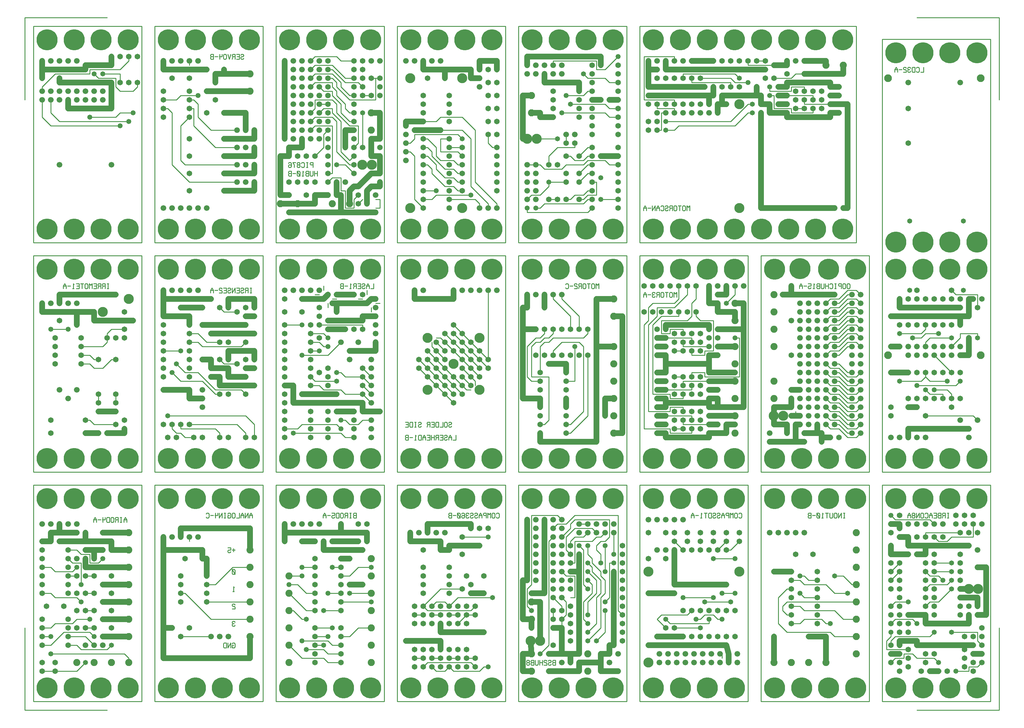
<source format=gbl>
%MOIN*%
%FSLAX25Y25*%
G04 D10 used for Character Trace; *
G04     Circle (OD=.01000) (No hole)*
G04 D11 used for Power Trace; *
G04     Circle (OD=.06700) (No hole)*
G04 D12 used for Signal Trace; *
G04     Circle (OD=.01100) (No hole)*
G04 D13 used for Via; *
G04     Circle (OD=.05800) (Round. Hole ID=.02800)*
G04 D14 used for Component hole; *
G04     Circle (OD=.06500) (Round. Hole ID=.03500)*
G04 D15 used for Component hole; *
G04     Circle (OD=.06600) (Round. Hole ID=.04200)*
G04 D16 used for Component hole; *
G04     Circle (OD=.08200) (Round. Hole ID=.05200)*
G04 D17 used for Component hole; *
G04     Circle (OD=.08950) (Round. Hole ID=.05950)*
G04 D18 used for Component hole; *
G04     Circle (OD=.11600) (Round. Hole ID=.08600)*
G04 D19 used for Component hole; *
G04     Circle (OD=.15500) (Round. Hole ID=.12500)*
G04 D20 used for Component hole; *
G04     Circle (OD=.18200) (Round. Hole ID=.15200)*
G04 D21 used for Component hole; *
G04     Circle (OD=.24300) (Round. Hole ID=.21300)*
%ADD10C,.01000*%
%ADD11C,.06700*%
%ADD12C,.01100*%
%ADD13C,.05800*%
%ADD14C,.06500*%
%ADD15C,.06600*%
%ADD16C,.08200*%
%ADD17C,.08950*%
%ADD18C,.11600*%
%ADD19C,.15500*%
%ADD20C,.18200*%
%ADD21C,.24300*%
%IPPOS*%
%LPD*%
G90*X0Y0D02*D12*X10000Y10000D02*X135000D01*       
Y260000D01*X10000D01*Y10000D01*D21*               
X25625Y25625D03*D14*X35000Y45000D03*D12*X20000D01*
D14*D03*Y55000D03*D12*X35000Y45000D02*X60000D01*  
X70000Y55000D01*D13*D03*D16*X80000D03*X60000D03*  
D12*X65000Y70000D02*X95000D01*X100000Y75000D01*   
D13*D03*D14*X90000Y85000D03*D11*X120000D01*D16*   
D03*D14*X100000Y95000D03*D12*X120000Y60000D02*    
X115000Y65000D01*X120000Y55000D02*Y60000D01*D16*  
Y55000D03*D12*X30000Y65000D02*X115000D01*D13*     
X30000D03*D14*X20000Y75000D03*D12*X30000D01*      
X45000Y90000D01*X75000D01*X80000Y85000D01*D13*D03*
D15*X90000Y75000D03*D14*X70000Y95000D03*D12*      
X80000D01*D14*D03*X90000Y105000D03*D11*X120000D01*
D16*D03*D14*X100000Y115000D03*D16*                
X120000Y125000D03*D11*X90000D01*D14*D03*          
X100000Y135000D03*X80000D03*D12*X70000D01*D14*D03*
D13*X65000Y125000D03*D12*X60000Y130000D01*        
X35000D01*X30000Y135000D01*X20000D01*D14*D03*     
Y145000D03*X25000Y120000D03*X20000Y155000D03*     
X45000Y120000D03*D12*X35000Y160000D02*X55000D01*  
X60000Y165000D01*D13*D03*D12*X65000Y145000D02*    
Y170000D01*D13*Y145000D03*D14*X70000Y155000D03*   
D12*X80000D01*D14*D03*X90000Y145000D03*D11*       
X120000D01*D16*D03*D14*X100000Y155000D03*D16*     
X120000Y165000D03*D11*X70000D01*Y175000D01*D15*   
D03*D12*X75000Y170000D02*X85000D01*               
X90000Y175000D01*D13*D03*D14*X100000Y185000D03*   
D11*X120000D01*D16*D03*D14*X100000Y205000D03*D11* 
X90000D01*D14*D03*D11*X100000Y185000D02*          
Y195000D01*X80000D01*D14*D03*D11*X70000D01*       
X50000D01*D14*D03*D11*X40000D01*D13*D03*D14*      
X50000Y185000D03*D12*X60000D01*X65000Y180000D01*  
X75000D01*Y170000D01*D15*X80000Y175000D03*D11*    
Y185000D01*X70000D01*D14*D03*D15*X60000Y175000D03*
D11*X80000Y185000D02*X90000D01*D14*D03*           
X70000Y205000D03*D11*Y195000D01*D13*              
X60000Y205000D03*D11*X40000D01*X30000D01*         
Y195000D01*X20000D01*D14*D03*Y185000D03*D15*      
X40000Y215000D03*D11*Y205000D01*D15*              
X50000Y215000D03*X30000D03*X20000D03*X60000D03*   
D14*X20000Y175000D03*X50000D03*D12*               
X55000Y170000D01*X65000D01*D14*X50000Y155000D03*  
D12*X60000D01*D14*D03*X50000Y165000D03*Y145000D03*
Y135000D03*X60000D03*D12*X35000Y160000D02*        
X30000Y165000D01*X20000D01*D14*D03*               
X70000Y115000D03*D12*X80000D01*D14*D03*D13*       
X75000Y105000D03*D12*X60000D01*X55000Y100000D01*  
X35000D01*X30000Y95000D01*X20000D01*D14*D03*D13*  
X30000Y85000D03*D12*X20000D01*D14*D03*Y105000D03* 
X50000Y75000D03*D12*X60000D01*X65000Y70000D01*D15*
X70000Y75000D03*D14*X50000Y85000D03*D12*X70000D01*
X80000Y75000D01*D15*D03*D16*X100000Y55000D03*D14* 
X60000Y95000D03*X50000Y105000D03*Y95000D03*       
X60000Y115000D03*X35000Y55000D03*D21*             
X56875Y25625D03*X88125D03*X119375D03*D16*         
X120000Y205000D03*D11*X100000D01*D10*             
X117511Y217129D02*Y220000D01*X115837Y222871D01*   
X114163Y220000D01*Y217129D01*X117511Y220000D02*   
X114163D01*X110837Y217129D02*Y222871D01*          
X111674Y217129D02*X110000D01*X111674Y222871D02*   
X110000D01*X107511Y217129D02*Y222871D01*          
X105000D01*X104163Y221914D01*Y220957D01*          
X105000Y220000D01*X107511D01*X105000D02*          
X104163Y217129D01*X99163Y218086D02*               
X100000Y217129D01*X101674D01*X102511Y218086D01*   
Y221914D01*X101674Y222871D01*X100000D01*          
X99163Y221914D01*Y218086D01*X97511Y217129D02*     
Y222871D01*X95000D01*X94163Y221914D01*Y218086D01* 
X95000Y217129D01*X97511D01*X90000Y222871D02*      
Y217129D01*X92511Y222871D02*Y220000D01*X89163D01* 
X87511D02*X84163D01*X82511Y217129D02*Y220000D01*  
X80837Y222871D01*X79163Y220000D01*Y217129D01*     
X82511Y220000D02*X79163D01*D21*X119375Y244375D03* 
X88125D03*X56875D03*X25625D03*G90*X0Y0D02*D12*    
X150000Y10000D02*X275000D01*Y260000D01*X150000D01*
Y10000D01*D21*X165625Y25625D03*X196875D03*D11*    
X160000Y60000D02*X260000D01*Y85000D01*D16*D03*D10*
X242511Y101914D02*X241674Y102871D01*X240000D01*   
X239163Y101914D01*Y100957D01*X240000Y100000D01*   
X241674D01*X240000D02*X239163Y99043D01*Y98086D01* 
X240000Y97129D01*X241674D01*X242511Y98086D01*D16* 
X260000Y105000D03*D12*X215000D01*                 
X185000Y135000D01*X180000D01*D14*D03*Y145000D03*  
Y125000D03*Y155000D03*X210000Y125000D03*D12*      
X260000D01*D16*D03*D10*X241674Y141914D02*         
X240837Y142871D01*Y137129D01*X241674D02*          
X240000D01*D16*X260000Y145000D03*D10*             
X242511Y121914D02*X241674Y122871D01*X240000D01*   
X239163Y121914D01*Y120957D01*X240000Y120000D01*   
X241674D01*X242511Y119043D01*Y117129D01*          
X239163D01*Y158086D02*X240000Y157129D01*          
X241674D01*X242511Y158086D01*Y161914D01*          
X241674Y162871D01*X240000D01*X239163Y161914D01*   
Y158086D01*X242511Y157129D02*X239163Y162871D01*   
D15*X225000Y85000D03*X235000D03*D12*              
X210000Y145000D02*X220000D01*D14*X210000D03*D12*  
X220000D02*X240000Y165000D01*X260000D01*D16*D03*  
Y185000D03*D11*Y210000D01*X180000D01*Y200000D01*  
D15*D03*D12*X190000Y195000D02*Y200000D01*D15*D03* 
X200000D03*D11*X205000Y175000D02*Y185000D01*D14*  
Y175000D03*D11*X210000D01*Y155000D01*D14*D03*     
Y135000D03*X185000Y175000D03*D10*                 
X242511Y185000D02*X239163D01*X240837Y186914D02*   
Y183086D01*X234163Y187871D02*X237511D01*          
Y185000D01*X235000D01*X234163Y184043D01*          
Y183086D01*X235000Y182129D01*X236674D01*          
X237511Y183086D01*D11*X160000Y185000D02*          
X205000D01*X160000Y95000D02*Y185000D01*Y60000D02* 
Y95000D01*D14*X180000Y85000D03*D12*X215000D01*D15*
D03*D10*X239163Y73086D02*X240000Y72129D01*        
X241674D01*X242511Y73086D01*Y76914D01*            
X241674Y77871D01*X240000D01*X239163Y76914D01*     
X240837Y75000D02*X239163D01*Y72129D01*X237511D02* 
Y77871D01*X234163Y72129D01*Y77871D01*             
X232511Y72129D02*Y77871D01*X230000D01*            
X229163Y76914D01*Y73086D01*X230000Y72129D01*      
X232511D01*D14*X190000Y95000D03*X170000D03*D11*   
X160000D01*D21*X228125Y25625D03*D11*              
X160000Y185000D02*Y200000D01*D15*D03*X170000D03*  
D21*X196875Y244375D03*X165625D03*D10*             
X262511Y222129D02*Y225000D01*X260837Y227871D01*   
X259163Y225000D01*Y222129D01*X262511Y225000D02*   
X259163D01*X257511Y222129D02*Y227871D01*          
X254163Y222129D01*Y227871D01*X252511Y222129D02*   
Y225000D01*X250837Y227871D01*X249163Y225000D01*   
Y222129D01*X252511Y225000D02*X249163D01*          
X247511Y227871D02*Y222129D01*X244163D01*          
X239163Y223086D02*X240000Y222129D01*X241674D01*   
X242511Y223086D01*Y226914D01*X241674Y227871D01*   
X240000D01*X239163Y226914D01*Y223086D01*          
X234163D02*X235000Y222129D01*X236674D01*          
X237511Y223086D01*Y226914D01*X236674Y227871D01*   
X235000D01*X234163Y226914D01*X235837Y225000D02*   
X234163D01*Y222129D01*X230837D02*Y227871D01*      
X231674Y222129D02*X230000D01*X231674Y227871D02*   
X230000D01*X227511Y222129D02*Y227871D01*          
X224163Y222129D01*Y227871D01*X220000D02*          
Y222129D01*X222511Y227871D02*Y225000D01*          
X219163D01*X217511D02*X214163D01*                 
X209163Y223086D02*X210000Y222129D01*X211674D01*   
X212511Y223086D01*Y226914D01*X211674Y227871D01*   
X210000D01*X209163Y226914D01*D21*                 
X228125Y244375D03*X259375D03*Y25625D03*G90*       
X0Y0D02*D12*X290000Y10000D02*X415000D01*          
Y260000D01*X290000D01*Y10000D01*D21*              
X305625Y25625D03*D14*X335000Y55000D03*D16*        
X305000D03*D21*X336875Y25625D03*D12*              
X320000Y60000D02*X345000D01*X350000Y55000D01*     
X365000D01*D14*D03*Y65000D03*D12*X350000D01*      
X345000Y70000D01*X325000D01*D13*D03*D14*          
X335000Y65000D03*D12*X320000Y60000D02*            
X305000Y75000D01*D16*D03*D13*X320000Y80000D03*D12*
X350000D01*X355000Y75000D01*X365000D01*D14*D03*   
D12*Y85000D02*X375000D01*D14*X365000D03*D13*      
X355000Y95000D03*D12*X335000D01*D14*D03*D13*      
X325000Y105000D03*D12*X320000D01*                 
X310000Y115000D01*X305000D01*D16*D03*D12*         
X325000Y135000D02*X335000D01*D14*D03*Y145000D03*  
D12*X325000Y135000D02*X315000Y145000D01*          
X305000D01*D13*D03*D16*Y155000D03*D12*X320000D01* 
D13*D03*Y165000D03*D12*X335000D01*D14*D03*        
Y175000D03*Y155000D03*D11*X345000Y185000D02*      
X390000D01*D13*D03*D16*X400000Y175000D03*D14*     
X395000Y195000D03*D11*Y205000D01*X375000D01*D14*  
D03*D11*X365000D01*X300000D01*Y195000D01*D14*D03* 
D11*Y205000D02*Y215000D01*D15*D03*X310000D03*D14* 
X320000Y195000D03*D11*X335000D01*D15*D03*D11*     
X345000Y185000D02*Y195000D01*D15*D03*X355000D03*  
D11*X365000D01*D14*D03*D11*X385000D01*D14*D03*    
X365000Y215000D03*D11*Y205000D01*D10*             
X382511Y222129D02*Y227871D01*X380000D01*          
X379163Y226914D01*Y225957D01*X380000Y225000D01*   
X379163Y224043D01*Y223086D01*X380000Y222129D01*   
X382511D01*Y225000D02*X380000D01*                 
X375837Y222129D02*Y227871D01*X376674Y222129D02*   
X375000D01*X376674Y227871D02*X375000D01*          
X372511Y222129D02*Y227871D01*X370000D01*          
X369163Y226914D01*Y225957D01*X370000Y225000D01*   
X372511D01*X370000D02*X369163Y222129D01*          
X364163Y223086D02*X365000Y222129D01*X366674D01*   
X367511Y223086D01*Y226914D01*X366674Y227871D01*   
X365000D01*X364163Y226914D01*Y223086D01*          
X362511Y222129D02*Y227871D01*X360000D01*          
X359163Y226914D01*Y223086D01*X360000Y222129D01*   
X362511D01*X354163Y227871D02*X357511D01*          
Y225000D01*X355000D01*X354163Y224043D01*          
Y223086D01*X355000Y222129D01*X356674D01*          
X357511Y223086D01*X352511Y225000D02*X349163D01*   
X347511Y222129D02*Y225000D01*X345837Y227871D01*   
X344163Y225000D01*Y222129D01*X347511Y225000D02*   
X344163D01*D14*X385000Y215000D03*D15*X340000D03*  
D14*X365000Y175000D03*D11*X375000D01*D13*D03*D12* 
Y155000D02*X385000Y165000D01*X365000Y155000D02*   
X375000D01*D14*X365000D03*D13*X375000Y145000D03*  
D11*X390000D01*D13*D03*D16*X400000Y135000D03*D12* 
X375000D01*D13*D03*D14*X365000Y145000D03*         
Y125000D03*D12*X400000D01*D13*D03*D16*Y115000D03* 
D12*X375000Y85000D02*X385000Y95000D01*X400000D01* 
D16*D03*Y75000D03*D14*X365000Y115000D03*D12*      
X345000D01*D13*D03*D14*X335000Y125000D03*         
Y115000D03*D12*X325000D01*X305000Y135000D01*D16*  
D03*Y95000D03*D13*X350000Y135000D03*D12*          
X365000D01*D14*D03*D12*X385000Y165000D02*         
X400000D01*D13*D03*D16*Y155000D03*D14*            
X365000Y165000D03*D12*X355000D01*D13*D03*D14*     
X395000Y215000D03*D15*X330000D03*X320000D03*D14*  
X365000Y95000D03*D21*X399375Y244375D03*D14*       
X335000Y85000D03*D12*X350000D01*D13*D03*          
X345000Y75000D03*D12*X335000D01*D14*D03*D21*      
X368125Y25625D03*X399375D03*D16*X400000Y55000D03* 
D21*X368125Y244375D03*X336875D03*X305625D03*G90*  
X0Y0D02*D12*X430000Y10000D02*X555000D01*          
Y260000D01*X430000D01*Y10000D01*D21*              
X445625Y25625D03*D14*X470000Y50000D03*D12*        
X475000Y45000D01*X485000D01*X490000Y50000D01*D14* 
D03*D12*X495000Y45000D01*X525000D01*              
X530000Y50000D01*X535000D01*D13*D03*D14*          
X520000Y60000D03*D12*X510000D01*D14*D03*D12*      
X520000Y50000D02*X515000Y55000D01*D14*            
X520000Y50000D03*D12*X465000Y55000D02*X515000D01* 
X460000Y50000D02*X465000Y55000D01*D14*            
X460000Y50000D03*X470000Y60000D03*D12*X480000D01* 
D14*D03*X490000Y70000D03*X470000D03*              
X490000Y60000D03*D12*X500000D01*D14*D03*          
X510000Y50000D03*Y70000D03*X500000D03*Y50000D03*  
D11*X480000Y70000D02*Y80000D01*D14*Y70000D03*D11* 
X440000Y80000D02*X480000D01*D13*X440000D03*D14*   
X450000Y70000D03*X460000Y60000D03*D12*X450000D01* 
D14*D03*X460000Y70000D03*X450000Y50000D03*D11*    
X480000Y90000D02*X530000D01*D13*D03*D14*          
X510000Y110000D03*D12*X500000Y100000D01*D14*D03*  
D12*X510000Y110000D02*X520000D01*D14*D03*D12*     
X465000Y115000D02*X515000D01*X465000D02*          
X460000Y120000D01*D14*D03*D12*X480000Y140000D01*  
X505000D01*D14*D03*X515000Y135000D03*D11*         
X530000D01*D13*D03*X540000Y130000D03*D12*         
X500000D01*X490000Y120000D01*D14*D03*D12*         
X485000Y125000D01*X475000D01*X470000Y120000D01*   
D14*D03*X480000Y110000D03*D12*X470000D01*D14*D03* 
X480000Y100000D03*D11*Y90000D01*D14*              
X490000Y100000D03*X470000D03*X500000Y110000D03*   
D12*X490000D01*D14*D03*X500000Y120000D03*         
X480000D03*X510000Y100000D03*Y120000D03*          
X490000Y135000D03*D12*X515000Y115000D02*          
X520000Y120000D01*D14*D03*X515000Y145000D03*      
X490000D03*X530000Y155000D03*X510000D03*          
X490000D03*Y165000D03*X460000D03*Y155000D03*      
Y145000D03*Y135000D03*Y110000D03*D12*X450000D01*  
D14*D03*X460000Y100000D03*X450000Y120000D03*      
Y100000D03*X480000Y50000D03*X505000Y180000D03*D11*
X480000Y185000D02*X490000D01*D14*X480000D03*D11*  
Y195000D01*X445000D01*Y205000D01*D15*D03*         
X455000D03*X465000D03*D11*Y215000D01*X515000D01*  
Y210000D01*D14*D03*X505000Y200000D03*D12*         
X535000D01*D13*D03*D14*X525000Y210000D03*D13*     
Y190000D03*D11*X505000D01*D14*D03*D11*X490000D01* 
Y185000D01*D15*X485000Y205000D03*X475000D03*D14*  
X460000Y185000D03*D10*X544163Y223086D02*          
X545000Y222129D01*X546674D01*X547511Y223086D01*   
Y226914D01*X546674Y227871D01*X545000D01*          
X544163Y226914D01*X539163Y223086D02*              
X540000Y222129D01*X541674D01*X542511Y223086D01*   
Y226914D01*X541674Y227871D01*X540000D01*          
X539163Y226914D01*Y223086D01*X537511Y222129D02*   
Y227871D01*X535837Y225957D01*X534163Y227871D01*   
Y222129D01*X532511D02*Y227871D01*X530000D01*      
X529163Y226914D01*Y225957D01*X530000Y225000D01*   
X532511D01*X527511Y222129D02*Y225000D01*          
X525837Y227871D01*X524163Y225000D01*Y222129D01*   
X527511Y225000D02*X524163D01*X519163Y226914D02*   
X520000Y227871D01*X521674D01*X522511Y226914D01*   
Y225957D01*X521674Y225000D01*X520000D01*          
X519163Y224043D01*Y223086D01*X520000Y222129D01*   
X521674D01*X522511Y223086D01*X514163Y226914D02*   
X515000Y227871D01*X516674D01*X517511Y226914D01*   
Y225957D01*X516674Y225000D01*X515000D01*          
X514163Y224043D01*Y223086D01*X515000Y222129D01*   
X516674D01*X517511Y223086D01*X512511Y226914D02*   
X511674Y227871D01*X510000D01*X509163Y226914D01*   
Y225957D01*X510000Y225000D01*X511674D01*          
X510000D02*X509163Y224043D01*Y223086D01*          
X510000Y222129D01*X511674D01*X512511Y223086D01*   
X504163Y226914D02*X505000Y227871D01*X506674D01*   
X507511Y226914D01*Y223086D01*X506674Y222129D01*   
X505000D01*X504163Y223086D01*Y224043D01*          
X505000Y225000D01*X506674D01*X507511Y224043D01*   
X499163Y223086D02*X500000Y222129D01*X501674D01*   
X502511Y223086D01*Y226914D01*X501674Y227871D01*   
X500000D01*X499163Y226914D01*Y223086D01*          
X502511Y222129D02*X499163Y227871D01*              
X497511Y225000D02*X494163D01*X492511Y222129D02*   
Y227871D01*X490000D01*X489163Y226914D01*          
Y225957D01*X490000Y225000D01*X489163Y224043D01*   
Y223086D01*X490000Y222129D01*X492511D01*          
Y225000D02*X490000D01*D14*X535000Y210000D03*D21*  
X539375Y244375D03*X508125D03*X476875D03*          
X445625D03*X476875Y25625D03*X508125D03*X539375D03*
G90*X0Y0D02*D12*X570000Y10000D02*X695000D01*      
Y260000D01*X570000D01*Y10000D01*D21*              
X585625Y25625D03*D14*X605000Y45000D03*D11*        
X640000D01*Y55000D01*X665000D01*Y45000D01*        
X685000D01*D15*D03*X675000Y55000D03*D11*          
X665000D02*Y65000D01*X675000D01*Y75000D01*        
X680000D01*Y105000D01*D13*D03*D11*Y160000D01*D13* 
D03*D14*X690000Y150000D03*Y170000D03*D12*         
X670000Y135000D02*Y150000D01*X665000Y130000D02*   
X670000Y135000D01*X665000Y95000D02*Y130000D01*    
X650000Y80000D02*X665000Y95000D01*D13*            
X650000Y80000D03*X660000D03*D12*X670000Y90000D01* 
Y115000D01*D13*D03*Y125000D03*D12*                
X675000Y130000D01*Y170000D01*X680000D01*D13*D03*  
D14*X690000Y160000D03*Y180000D03*D13*             
X670000Y160000D03*D12*Y190000D01*D13*D03*D12*     
X660000D02*X665000Y195000D01*X660000Y185000D02*   
Y190000D01*X665000Y180000D02*X660000Y185000D01*   
X665000Y170000D02*Y180000D01*D13*Y170000D03*D12*  
Y150000D02*X655000Y160000D01*X665000Y135000D02*   
Y150000D01*X660000Y130000D02*X665000Y135000D01*   
X660000Y100000D02*Y130000D01*X650000Y90000D02*    
X660000Y100000D01*D13*X650000Y90000D03*Y100000D03*
D12*X645000Y105000D01*Y125000D01*                 
X655000Y135000D01*Y145000D01*X650000Y150000D01*   
D13*D03*D12*Y140000D02*X645000Y145000D01*D13*     
X650000Y140000D03*D12*X645000Y145000D02*          
Y185000D01*X640000Y190000D01*D13*D03*D12*         
X635000Y170000D02*Y195000D01*X630000Y170000D02*   
X635000D01*D14*X630000D03*D11*X640000Y65000D02*   
Y160000D01*X630000Y65000D02*X640000D01*           
X630000Y55000D02*Y65000D01*D13*Y55000D03*D11*     
X605000Y65000D02*X620000D01*D14*X605000D03*       
X610000Y75000D03*D12*X595000Y65000D02*            
X605000Y75000D01*D13*X595000Y65000D03*D12*        
X605000Y75000D02*Y195000D01*X610000Y200000D01*D15*
D03*X620000Y190000D03*Y210000D03*X600000D03*D11*  
Y200000D01*D15*D03*D11*Y190000D01*D15*D03*D11*    
Y180000D01*D15*D03*D11*Y170000D01*D15*D03*D11*    
Y160000D01*D15*D03*D11*Y150000D01*D15*D03*D11*    
Y135000D01*X585000D01*D13*D03*D12*                
X580000Y120000D02*Y140000D01*X585000Y115000D02*   
X580000Y120000D01*D13*X585000Y115000D03*D11*      
X595000Y80000D02*Y125000D01*D18*Y80000D03*        
X584000D03*D11*X585000Y65000D01*D16*D03*D11*      
X575000D01*Y45000D01*X585000D01*D16*D03*D10*      
X612511Y52129D02*Y57871D01*X610000D01*            
X609163Y56914D01*Y55957D01*X610000Y55000D01*      
X609163Y54043D01*Y53086D01*X610000Y52129D01*      
X612511D01*Y55000D02*X610000D01*X604163Y56914D02* 
X605000Y57871D01*X606674D01*X607511Y56914D01*     
Y55957D01*X606674Y55000D01*X605000D01*            
X604163Y54043D01*Y53086D01*X605000Y52129D01*      
X606674D01*X607511Y53086D01*X602511Y56914D02*     
X601674Y57871D01*X600000D01*X599163Y56914D01*     
Y55957D01*X600000Y55000D01*X601674D01*            
X602511Y54043D01*Y52129D01*X599163D01*X597511D02* 
Y57871D01*X594163Y52129D02*Y57871D01*             
X597511Y55000D02*X594163D01*X589163Y57871D02*     
Y53086D01*X590000Y52129D01*X591674D01*            
X592511Y53086D01*Y57871D01*X587511Y52129D02*      
Y57871D01*X585000D01*X584163Y56914D01*Y55957D01*  
X585000Y55000D01*X584163Y54043D01*Y53086D01*      
X585000Y52129D01*X587511D01*Y55000D02*X585000D01* 
X581674D02*X582511Y55957D01*Y56914D01*            
X581674Y57871D01*X580000D01*X579163Y56914D01*     
Y55957D01*X580000Y55000D01*X581674D01*            
X582511Y54043D01*Y53086D01*X581674Y52129D01*      
X580000D01*X579163Y53086D01*Y54043D01*            
X580000Y55000D01*D21*X616875Y25625D03*D15*        
X620000Y55000D03*D11*Y65000D02*X630000D01*        
X620000D02*Y95000D01*D15*D03*D11*X610000D01*D14*  
D03*X620000Y105000D03*D12*Y95000D01*D14*          
X610000Y105000D03*D12*Y115000D01*D14*D03*D12*     
X620000Y105000D02*X625000Y110000D01*Y125000D01*   
X620000Y130000D01*D15*D03*D14*X630000Y120000D03*  
Y140000D03*X610000D03*D12*X630000Y130000D02*      
X635000D01*Y155000D01*X625000D01*                 
X620000Y160000D01*D15*D03*D14*X630000Y150000D03*  
D15*X610000Y170000D03*Y150000D03*D14*             
X630000Y160000D03*D11*X640000D01*Y180000D01*D13*  
D03*X650000Y170000D03*D12*X655000Y165000D01*      
Y160000D01*D13*X650000D03*D12*X660000Y150000D01*  
Y135000D01*X650000Y125000D01*Y110000D01*D13*D03*  
D14*X630000Y90000D03*Y110000D03*Y100000D03*D15*   
X620000Y140000D03*D14*X630000Y80000D03*D12*       
X620000Y115000D02*Y120000D01*D14*Y115000D03*D12*  
Y120000D02*X610000Y130000D01*D14*D03*D11*         
X585000Y125000D02*X595000D01*D16*X585000D03*D12*  
X580000Y140000D02*X585000Y145000D01*Y225000D01*   
X615000D01*X620000Y220000D01*D15*D03*D12*         
X615000Y215000D02*X625000D01*X610000Y210000D02*   
X615000Y215000D01*D15*X610000Y210000D03*          
X620000Y200000D03*D12*X630000Y210000D01*          
Y215000D01*X635000Y220000D01*X675000D01*          
Y200000D01*X670000Y195000D01*X665000D01*          
X655000D02*X660000Y200000D01*X635000Y195000D02*   
X655000D01*D14*X630000Y190000D03*D12*Y195000D01*  
X635000Y200000D01*X645000D01*X650000Y205000D01*   
D15*D03*D12*X660000D02*X655000Y210000D01*D15*     
X660000Y205000D03*D12*Y200000D02*X665000D01*      
X670000Y205000D01*D15*D03*X680000Y215000D03*      
X660000D03*X680000Y205000D03*D12*Y180000D01*D13*  
D03*D14*X690000Y190000D03*D12*X665000Y155000D02*  
Y160000D01*X670000Y150000D02*X665000Y155000D01*   
Y160000D02*X655000Y170000D01*Y175000D01*          
X650000Y180000D01*Y190000D01*D13*D03*D15*         
X640000Y205000D03*D12*X635000Y210000D02*          
X655000D01*X625000Y200000D02*X635000Y210000D01*   
X625000Y185000D02*Y200000D01*X630000Y180000D02*   
X625000Y185000D01*D14*X630000Y180000D03*D15*      
X620000Y170000D03*Y180000D03*X610000Y160000D03*   
Y190000D03*Y180000D03*D11*X600000Y210000D02*      
Y220000D01*D15*D03*X590000Y210000D03*             
X610000Y220000D03*X590000D03*X580000Y200000D03*   
D11*Y190000D01*D15*D03*D11*Y180000D01*D15*D03*D11*
Y170000D01*D15*D03*D11*Y160000D01*D15*D03*D11*    
Y150000D01*D15*D03*D11*X575000D01*Y105000D01*     
X585000D01*D16*D03*D11*Y95000D01*D13*D03*D15*     
X620000Y150000D03*X590000D03*D16*X650000Y45000D03*
Y65000D03*D15*X590000Y160000D03*D21*              
X648125Y25625D03*D15*X590000Y170000D03*Y180000D03*
D21*X679375Y25625D03*D15*X590000Y190000D03*       
X685000Y65000D03*D12*X690000Y110000D02*           
X685000Y115000D01*D14*X690000Y110000D03*D12*      
X685000Y115000D02*Y225000D01*X635000D01*          
X625000Y215000D01*D15*X640000D03*D12*X650000D01*  
D15*D03*X670000D03*D21*X679375Y244375D03*         
X648125D03*X616875D03*D15*X590000Y200000D03*D21*  
X585625Y244375D03*D15*X580000Y220000D03*D11*      
Y210000D01*D15*D03*D11*Y200000D01*D14*            
X690000Y90000D03*Y100000D03*Y120000D03*Y130000D03*
Y140000D03*Y80000D03*G90*X0Y0D02*D12*             
X710000Y10000D02*X835000D01*Y260000D01*X710000D01*
Y10000D01*D21*X725625Y25625D03*D15*               
X752500Y55000D03*X742500D03*X732500D03*D18*       
X720000D03*D21*X756875Y25625D03*D15*              
X762500Y55000D03*Y65000D03*X752500D03*X742500D03* 
X732500D03*X772500Y55000D03*Y65000D03*D13*        
X720000Y75000D03*D11*X810000D01*X812500Y65000D01* 
D15*D03*D11*Y55000D01*D15*D03*D12*                
X805000Y60000D02*Y65000D01*D15*X802500D03*        
Y55000D03*X822500D03*Y65000D03*X792500D03*        
Y55000D03*D14*X820000Y85000D03*X810000D03*        
X800000D03*X790000D03*X780000D03*D15*             
X782500Y65000D03*Y55000D03*D13*X780000Y95000D03*  
D12*X750000D01*D14*D03*D12*X745000Y100000D02*     
X790000D01*Y105000D01*D13*D03*D12*X800000D02*     
X795000Y110000D01*X800000Y105000D02*X805000D01*   
D13*D03*D14*X810000Y115000D03*D12*                
X785000Y110000D02*X795000D01*X780000Y105000D02*   
X785000Y110000D01*X775000Y105000D02*X780000D01*   
D13*X775000D03*D14*X780000Y115000D03*D12*         
X735000Y110000D02*X765000D01*X730000Y105000D02*   
X735000Y110000D01*X740000Y95000D02*               
X730000Y105000D01*D14*X740000Y95000D03*D12*       
X745000Y100000D02*X740000Y105000D01*D13*D03*D14*  
X760000Y85000D03*D11*X730000D01*D13*D03*D14*      
X760000Y115000D03*D12*X765000Y110000D02*          
X770000Y115000D01*D14*D03*D13*X785000Y125000D03*  
D12*X815000D01*D13*D03*X805000Y135000D03*D12*     
X820000D01*D13*D03*D14*X810000Y145000D03*D11*     
X800000D01*D14*D03*D11*X790000D01*D14*D03*D11*    
X780000D01*D14*D03*D11*X770000D01*D14*D03*D11*    
X760000D01*D14*D03*D11*X750000D01*D13*D03*D11*    
Y185000D01*D15*D03*D14*X740000Y175000D03*         
X760000Y185000D03*D12*X750000Y195000D01*D14*D03*  
X740000Y205000D03*D15*Y185000D03*D14*             
X750000Y205000D03*X765000Y195000D03*Y205000D03*   
X770000Y185000D03*D15*X730000D03*                 
X760000Y220000D03*X750000D03*X740000D03*          
X730000D03*X720000D03*D10*X824163Y223086D02*      
X825000Y222129D01*X826674D01*X827511Y223086D01*   
Y226914D01*X826674Y227871D01*X825000D01*          
X824163Y226914D01*X819163Y223086D02*              
X820000Y222129D01*X821674D01*X822511Y223086D01*   
Y226914D01*X821674Y227871D01*X820000D01*          
X819163Y226914D01*Y223086D01*X817511Y222129D02*   
Y227871D01*X815837Y225957D01*X814163Y227871D01*   
Y222129D01*X812511D02*Y227871D01*X810000D01*      
X809163Y226914D01*Y225957D01*X810000Y225000D01*   
X812511D01*X807511Y222129D02*Y225000D01*          
X805837Y227871D01*X804163Y225000D01*Y222129D01*   
X807511Y225000D02*X804163D01*X799163Y226914D02*   
X800000Y227871D01*X801674D01*X802511Y226914D01*   
Y225957D01*X801674Y225000D01*X800000D01*          
X799163Y224043D01*Y223086D01*X800000Y222129D01*   
X801674D01*X802511Y223086D01*X794163Y226914D02*   
X795000Y227871D01*X796674D01*X797511Y226914D01*   
Y225957D01*X796674Y225000D01*X795000D01*          
X794163Y224043D01*Y223086D01*X795000Y222129D01*   
X796674D01*X797511Y223086D01*X792511Y222129D02*   
Y227871D01*X790000D01*X789163Y226914D01*          
Y223086D01*X790000Y222129D01*X792511D01*          
X785837D02*Y227871D01*X787511D02*X784163D01*      
X781674Y226914D02*X780837Y227871D01*Y222129D01*   
X781674D02*X780000D01*X777511Y225000D02*          
X774163D01*X772511Y222129D02*Y225000D01*          
X770837Y227871D01*X769163Y225000D01*Y222129D01*   
X772511Y225000D02*X769163D01*D14*                 
X780000Y185000D03*X720000Y205000D03*              
X780000Y195000D03*Y205000D03*X720000Y175000D03*   
D18*Y160000D03*D14*X790000Y185000D03*D13*         
X795000Y175000D03*D12*X820000D01*D13*D03*D14*     
X810000Y185000D03*D12*X815000D01*                 
X825000Y195000D01*D14*D03*Y205000D03*X810000D03*  
Y195000D03*D12*X800000Y185000D01*D14*D03*         
X795000Y195000D03*Y205000D03*D18*                 
X825000Y160000D03*D14*X750000Y135000D03*D11*      
X740000D01*D14*D03*D11*X720000D01*D13*D03*        
X760000Y130000D03*D12*X795000D01*D13*D03*D14*     
X790000Y115000D03*X800000D03*X820000D03*          
X770000Y85000D03*D21*X788125Y25625D03*X819375D03* 
Y244375D03*X788125D03*X756875D03*X725625D03*G90*  
X0Y0D02*D12*X850000Y10000D02*X975000D01*          
Y260000D01*X850000D01*Y10000D01*D21*              
X865625Y25625D03*D16*X885000Y55000D03*X865000D03* 
D11*Y85000D01*D13*D03*D12*X880000Y90000D02*       
X870000Y100000D01*X880000Y90000D02*X930000D01*    
X935000Y85000D01*X960000D01*D16*D03*Y105000D03*   
D12*X945000D01*X935000Y115000D01*X900000D01*      
X895000Y120000D01*X885000D01*D14*D03*D12*         
X875000D02*X880000Y125000D01*X875000Y115000D02*   
Y120000D01*X880000Y110000D02*X875000Y115000D01*   
X880000Y110000D02*X885000D01*D14*D03*D12*         
Y100000D02*X895000D01*D14*X885000D03*D12*         
X895000D02*X900000Y105000D01*X920000D01*          
X925000Y100000D01*X930000D01*D13*D03*D14*         
X915000Y110000D03*D11*X925000Y55000D02*Y85000D01* 
D16*Y55000D03*X905000D03*D21*X896875Y25625D03*D11*
X905000Y85000D02*X925000D01*D13*X905000D03*D14*   
X915000Y100000D03*D12*X870000D02*Y130000D01*      
X880000Y140000D01*X885000D01*D14*D03*D12*         
X900000Y145000D02*X895000Y150000D01*              
X900000Y145000D02*X925000D01*X935000Y135000D01*   
X950000D01*D13*D03*D16*X960000Y125000D03*D12*     
X880000D01*D14*X885000Y130000D03*D13*             
X895000Y135000D03*D12*X900000Y130000D01*          
X915000D01*D14*D03*Y140000D03*Y120000D03*D12*     
X885000Y150000D02*X895000D01*D14*X885000D03*      
Y160000D03*D11*X865000D01*D13*D03*D14*            
X890000Y180000D03*D13*X895000Y155000D03*D12*      
X900000D01*X905000Y150000D01*X915000D01*D14*D03*  
Y160000D03*D13*X935000Y155000D03*D12*X945000D01*  
X955000Y145000D01*X960000D01*D16*D03*Y165000D03*  
Y185000D03*D14*X910000Y180000D03*D15*             
X900000Y205000D03*D16*X960000D03*D15*X890000D03*  
X880000D03*D16*X960000Y65000D03*D10*              
X945837Y222129D02*Y227871D01*X946674Y222129D02*   
X945000D01*X946674Y227871D02*X945000D01*          
X942511Y222129D02*Y227871D01*X939163Y222129D01*   
Y227871D01*X934163Y223086D02*X935000Y222129D01*   
X936674D01*X937511Y223086D01*Y226914D01*          
X936674Y227871D01*X935000D01*X934163Y226914D01*   
Y223086D01*X929163Y227871D02*Y223086D01*          
X930000Y222129D01*X931674D01*X932511Y223086D01*   
Y227871D01*X925837Y222129D02*Y227871D01*          
X927511D02*X924163D01*X921674Y226914D02*          
X920837Y227871D01*Y222129D01*X921674D02*          
X920000D01*X914163Y223086D02*X915000Y222129D01*   
X916674D01*X917511Y223086D01*Y226914D01*          
X916674Y227871D01*X915000D01*X914163Y226914D01*   
Y223086D01*X917511Y222129D02*X914163Y227871D01*   
X912511Y225000D02*X909163D01*X907511Y222129D02*   
Y227871D01*X905000D01*X904163Y226914D01*          
Y225957D01*X905000Y225000D01*X904163Y224043D01*   
Y223086D01*X905000Y222129D01*X907511D01*          
Y225000D02*X905000D01*D15*X870000Y205000D03*      
X860000D03*D21*X959375Y244375D03*X928125D03*      
X896875D03*X865625D03*X928125Y25625D03*X959375D03*
G90*X0Y0D02*D12*X990000Y10000D02*X1115000D01*     
Y260000D01*X990000D01*Y10000D01*D21*              
X1005625Y25625D03*D14*X1010000Y45000D03*          
X1020000Y50000D03*X1010000Y55000D03*X1000000D03*  
D12*X1005000Y60000D01*X1015000D01*Y65000D01*      
X1025000D01*X1030000Y60000D01*X1050000D01*        
X1055000Y55000D01*D13*D03*D14*X1065000Y45000D03*  
X1045000D03*D11*X1055000D01*D14*D03*              
X1040000Y55000D03*D21*X1036875Y25625D03*D13*      
X1075000Y45000D03*D12*X1090000D01*Y50000D01*      
X1100000D01*X1105000Y55000D01*D14*D03*            
X1095000Y65000D03*D11*X1105000D01*D14*D03*        
X1095000Y75000D03*D11*X1075000D01*D13*D03*D11*    
X1030000D01*D13*D03*D11*Y80000D01*X1010000D01*    
Y75000D01*D14*D03*D12*X995000Y80000D02*           
X1000000Y85000D01*X995000Y70000D02*Y80000D01*     
Y70000D02*X1020000D01*D14*D03*Y60000D03*          
X1010000Y65000D03*D11*X1000000D01*D14*D03*        
Y75000D03*D12*Y80000D01*X1005000Y85000D01*        
X1045000D01*X1050000Y90000D01*D13*D03*D11*        
X1040000Y100000D02*X1090000D01*Y110000D01*D14*D03*
X1100000Y120000D03*D11*Y130000D01*X1080000D01*D14*
D03*X1090000Y120000D03*D18*Y140000D03*D11*        
X1080000D01*D14*D03*D13*X1070000Y150000D03*D12*   
X1065000Y145000D01*X1045000D01*X1040000Y140000D01*
D14*D03*X1050000Y130000D03*Y150000D03*Y140000D03* 
X1040000Y150000D03*Y130000D03*D12*                
X1045000Y125000D02*X1055000D01*X1040000Y120000D02*
X1045000Y125000D01*D14*X1040000Y120000D03*        
X1050000Y110000D03*Y120000D03*D11*                
X1040000Y100000D02*Y110000D01*X1020000D01*D14*D03*
D12*X1030000Y100000D02*X1025000Y105000D01*D13*    
X1030000Y100000D03*D12*X1005000Y105000D02*        
X1025000D01*X1000000Y100000D02*X1005000Y105000D01*
D14*X1000000Y100000D03*X1010000Y90000D03*         
Y110000D03*Y100000D03*X1000000Y110000D03*D13*     
Y90000D03*D12*Y85000D01*D14*X1020000Y90000D03*    
Y100000D03*X1010000Y120000D03*X1000000D03*D12*    
X1005000Y125000D01*X1020000D01*D13*D03*D14*       
X1010000Y130000D03*Y140000D03*X1000000D03*        
X1010000Y150000D03*X1000000D03*D12*               
X1010000Y160000D01*D14*D03*X1000000Y170000D03*    
X1010000D03*D12*X1000000Y160000D01*D14*D03*D13*   
X1020000Y180000D03*D11*X1010000D01*D14*D03*D11*   
X1000000D01*Y190000D01*D14*D03*X1010000Y200000D03*
D11*X1020000D01*Y190000D01*D14*D03*D11*           
X1040000D01*Y180000D01*D14*D03*D11*X1030000D01*   
D13*D03*D14*X1040000Y170000D03*D11*Y190000D02*    
X1070000D01*D13*D03*D11*X1090000D01*D13*D03*D14*  
X1080000Y180000D03*D15*X1100000Y185000D03*D12*    
X1070000Y200000D02*X1095000D01*X1065000Y195000D02*
X1070000Y200000D01*X1055000Y195000D02*X1065000D01*
X1055000D02*X1050000Y200000D01*D14*D03*D12*       
X1040000D02*Y205000D01*D14*Y200000D03*D12*        
Y205000D02*X1080000D01*D14*D03*X1085000Y215000D03*
X1090000Y205000D03*X1075000Y215000D03*D12*        
X1095000Y200000D02*Y215000D01*D14*D03*            
X1085000Y225000D03*X1105000Y215000D03*            
X1095000Y225000D03*X1100000Y205000D03*            
X1075000Y225000D03*D21*X1099375Y244375D03*        
X1068125D03*D15*X1060000Y215000D03*D14*Y200000D03*
X1050000Y170000D03*D12*X1070000D01*D13*D03*D14*   
X1080000Y160000D03*Y170000D03*D13*                
X1070000Y160000D03*D12*X1050000D01*D14*D03*D12*   
X1060000Y150000D02*X1055000Y155000D01*D13*        
X1060000Y150000D03*D12*X1045000Y155000D02*        
X1055000D01*X1045000D02*X1040000Y160000D01*D14*   
D03*X1050000Y180000D03*D13*X1070000Y140000D03*D12*
X1055000Y125000D01*D14*X1080000Y150000D03*        
Y110000D03*Y120000D03*D13*X1070000Y90000D03*D12*  
X1100000D01*Y80000D01*X1105000Y75000D01*D14*D03*  
X1095000Y85000D03*X1105000D03*X1085000D03*        
X1095000Y55000D03*X1105000Y95000D03*              
X1085000Y70000D03*Y60000D03*Y50000D03*            
X1095000Y45000D03*D11*X1100000Y110000D02*         
X1110000D01*D14*X1100000D03*D11*X1110000D02*      
Y165000D01*X1100000D01*D15*D03*D18*               
X1100500Y140000D03*D15*X1050000Y215000D03*D12*    
X1045000Y220000D01*X1005000D01*X1000000Y225000D01*
D13*D03*D11*X1010000Y210000D02*Y215000D01*D14*    
Y210000D03*D11*X1000000Y215000D02*X1010000D01*D14*
X1000000D03*X1010000Y225000D03*X1000000Y205000D03*
D15*X1020000Y215000D03*D10*X1065837Y222129D02*    
Y227871D01*X1066674Y222129D02*X1065000D01*        
X1066674Y227871D02*X1065000D01*X1062511Y222129D02*
Y227871D01*X1060000D01*X1059163Y226914D01*        
Y225957D01*X1060000Y225000D01*X1062511D01*        
X1060000D02*X1059163Y222129D01*X1057511D02*       
Y227871D01*X1055000D01*X1054163Y226914D01*        
Y225957D01*X1055000Y225000D01*X1054163Y224043D01* 
Y223086D01*X1055000Y222129D01*X1057511D01*        
Y225000D02*X1055000D01*X1049163Y222129D02*        
X1052511D01*Y227871D01*X1049163D01*               
X1052511Y225000D02*X1050000D01*X1047511Y222129D02*
Y225000D01*X1045837Y227871D01*X1044163Y225000D01* 
Y222129D01*X1047511Y225000D02*X1044163D01*        
X1039163Y223086D02*X1040000Y222129D01*X1041674D01*
X1042511Y223086D01*Y226914D01*X1041674Y227871D01* 
X1040000D01*X1039163Y226914D01*X1034163Y223086D02*
X1035000Y222129D01*X1036674D01*X1037511Y223086D01*
Y226914D01*X1036674Y227871D01*X1035000D01*        
X1034163Y226914D01*Y223086D01*X1032511Y222129D02* 
Y227871D01*X1029163Y222129D01*Y227871D01*         
X1026674Y225000D02*X1027511Y225957D01*Y226914D01* 
X1026674Y227871D01*X1025000D01*X1024163Y226914D01*
Y225957D01*X1025000Y225000D01*X1026674D01*        
X1027511Y224043D01*Y223086D01*X1026674Y222129D01* 
X1025000D01*X1024163Y223086D01*Y224043D01*        
X1025000Y225000D01*X1022511Y222129D02*Y225000D01* 
X1020837Y227871D01*X1019163Y225000D01*Y222129D01* 
X1022511Y225000D02*X1019163D01*D14*               
X1030000Y200000D03*D21*X1005625Y244375D03*D15*    
X1030000Y215000D03*D21*X1036875Y244375D03*D15*    
X1040000Y215000D03*D14*Y65000D03*X1050000D03*     
X1035000Y45000D03*D21*X1068125Y25625D03*          
X1099375D03*G90*X0Y0D02*D12*X10000Y275000D02*     
X135000D01*X10000D02*Y525000D01*X135000D01*       
Y275000D01*D21*X119375Y290625D03*X88125D03*D11*   
X95000Y320000D02*X115000D01*D14*X95000D03*        
X105000Y330000D03*D12*X80000D01*X75000Y335000D01* 
X70000D01*D14*D03*X85000Y320000D03*D11*X70000D01* 
D14*D03*X85000Y345000D03*D11*X105000D01*D14*D03*  
X115000Y335000D03*X105000Y355000D03*D12*          
Y365000D01*D14*D03*X85000D03*D12*Y355000D01*D14*  
D03*D15*X60000Y370000D03*D14*X115000Y325000D03*   
D11*Y320000D01*D21*X56875Y290625D03*D15*          
X50000Y360000D03*X40000Y370000D03*D12*            
X80000Y395000D02*X90000D01*X80000D02*             
X75000Y400000D01*X65000D01*D14*D03*D12*           
X80000Y405000D02*X75000Y410000D01*                
X80000Y405000D02*X85000D01*D14*D03*D12*           
X65000Y410000D02*X75000D01*D14*X65000D03*         
Y420000D03*D12*X90000D01*X95000Y425000D01*        
Y430000D01*D14*D03*D12*Y435000D01*                
X100000Y440000D01*X115000D01*D14*D03*             
X125000Y450000D03*D11*X80000D01*Y460000D01*       
X60000D01*Y450000D01*D14*D03*D11*Y445000D01*D13*  
X50000Y440000D03*D12*X30000D01*D13*D03*D14*       
X40000Y450000D03*X35000Y430000D03*Y420000D03*D11* 
X20000Y460000D02*X60000D01*D15*X50000Y470000D03*  
X60000D03*D11*X40000D02*Y480000D01*D15*Y470000D03*
D11*Y480000D02*X105000D01*D13*D03*D18*            
X120000Y475000D03*X90000Y460000D03*D14*X115000D03*
D21*X119375Y509375D03*X88125D03*D14*              
X65000Y430000D03*D21*X56875Y509375D03*D14*        
X105000Y430000D03*X115000D03*D10*X95837Y487129D02*
Y492871D01*X96674Y487129D02*X95000D01*            
X96674Y492871D02*X95000D01*X92511Y487129D02*      
Y492871D01*X90000D01*X89163Y491914D01*Y490957D01* 
X90000Y490000D01*X92511D01*X90000D02*             
X89163Y487129D01*X87511D02*Y492871D01*X85000D01*  
X84163Y491914D01*Y490957D01*X85000Y490000D01*     
X87511D01*X85000D02*X84163Y487129D01*X79163D02*   
X82511D01*Y492871D01*X79163D01*X82511Y490000D02*  
X80000D01*X77511Y487129D02*Y492871D01*            
X75837Y490957D01*X74163Y492871D01*Y487129D01*     
X69163Y488086D02*X70000Y487129D01*X71674D01*      
X72511Y488086D01*Y491914D01*X71674Y492871D01*     
X70000D01*X69163Y491914D01*Y488086D01*            
X65837Y487129D02*Y492871D01*X67511D02*X64163D01*  
X59163Y487129D02*X62511D01*Y492871D01*X59163D01*  
X62511Y490000D02*X60000D01*X56674Y491914D02*      
X55837Y492871D01*Y487129D01*X56674D02*X55000D01*  
X52511Y490000D02*X49163D01*X47511Y487129D02*      
Y490000D01*X45837Y492871D01*X44163Y490000D01*     
Y487129D01*X47511Y490000D02*X44163D01*D14*        
X35000Y410000D03*D12*X90000Y395000D02*            
X100000Y405000D01*X105000D01*D14*D03*             
X35000Y400000D03*D15*X30000Y470000D03*D14*        
Y335000D03*Y320000D03*D15*X20000Y470000D03*D11*   
Y460000D01*D21*X25625Y509375D03*Y290625D03*G90*   
X0Y0D02*D12*X150000Y275000D02*X275000D01*         
X150000D02*Y525000D01*X275000D01*Y275000D01*D21*  
X259375Y290625D03*D14*X235000Y315000D03*          
X265000D03*D12*Y330000D01*X255000Y340000D01*      
X165000D01*D13*D03*D14*X160000Y330000D03*         
X170000D03*D12*Y325000D01*X175000Y320000D01*      
X180000D01*X185000Y315000D01*X195000D01*D14*D03*  
X205000D03*X180000Y330000D03*D12*Y325000D01*      
X220000D01*X225000Y320000D01*Y315000D01*D14*D03*  
D12*X255000Y320000D02*X245000Y330000D01*          
X255000Y315000D02*Y320000D01*D14*Y315000D03*D12*  
X190000Y330000D02*X245000D01*D14*X190000D03*      
X175000Y315000D03*D15*X205000Y350000D03*D14*      
X165000Y315000D03*D15*X205000Y360000D03*D11*      
X190000D01*Y370000D01*D14*D03*D11*X180000D01*D14* 
D03*D11*X170000D01*D14*D03*D11*X160000D01*D14*D03*
Y385000D03*D13*X170000Y390000D03*D12*             
X180000Y380000D01*X205000D01*X220000Y365000D01*   
X225000D01*D14*D03*D12*X220000Y370000D02*         
X250000D01*X255000Y365000D01*D14*D03*             
X265000Y375000D03*D11*X225000D01*Y385000D01*      
X215000D01*D13*D03*D11*Y395000D02*X235000D01*     
Y385000D01*D13*D03*D11*X255000D01*D14*D03*        
X265000Y395000D03*D11*X255000D01*D14*D03*         
X265000Y405000D03*D11*Y415000D01*X235000D01*      
Y405000D01*D14*D03*D12*X230000Y400000D02*         
X245000D01*D14*D03*X255000Y405000D03*D12*         
X230000Y400000D02*X225000Y405000D01*D14*D03*D11*  
X215000Y395000D02*Y405000D01*X205000D01*D13*D03*  
D14*X190000Y415000D03*D12*X220000Y370000D02*      
X200000Y390000D01*D14*X235000Y365000D03*D15*      
X205000Y370000D03*D12*X185000Y390000D02*          
X200000D01*X185000D02*X175000Y400000D01*D13*D03*  
D14*X190000Y385000D03*X160000Y415000D03*D12*      
X180000D01*D13*D03*D14*X190000Y405000D03*         
Y425000D03*D12*X200000D01*X205000Y420000D01*      
X250000D01*X255000Y425000D01*D14*D03*             
X265000Y435000D03*D11*X245000D01*D13*D03*D11*     
X215000D01*D13*D03*D14*X225000Y425000D03*D12*     
X210000D01*X200000Y435000D01*X190000D01*D14*D03*  
Y445000D03*D11*Y455000D01*X160000D01*Y465000D01*  
D14*D03*D11*Y475000D01*X215000D01*D13*D03*D14*    
X225000Y465000D03*D12*X230000Y460000D01*          
X245000D01*D14*D03*X255000Y455000D03*D11*         
X265000D01*D14*D03*X255000Y465000D03*Y445000D03*  
D11*X235000D01*D13*D03*D11*X205000D01*D13*D03*    
Y465000D03*D11*X180000D01*D14*D03*D15*            
X200000Y485000D03*X160000D03*D11*Y475000D01*D15*  
X170000Y485000D03*X180000D03*D14*                 
X160000Y445000D03*D15*X190000Y485000D03*D21*      
X196875Y509375D03*X165625D03*D14*                 
X160000Y435000D03*Y425000D03*D10*                 
X260837Y482129D02*Y487871D01*X261674Y482129D02*   
X260000D01*X261674Y487871D02*X260000D01*          
X257511Y482129D02*Y487871D01*X255000D01*          
X254163Y486914D01*Y485957D01*X255000Y485000D01*   
X257511D01*X255000D02*X254163Y482129D01*          
X249163Y486914D02*X250000Y487871D01*X251674D01*   
X252511Y486914D01*Y485957D01*X251674Y485000D01*   
X250000D01*X249163Y484043D01*Y483086D01*          
X250000Y482129D01*X251674D01*X252511Y483086D01*   
X244163Y482129D02*X247511D01*Y487871D01*          
X244163D01*X247511Y485000D02*X245000D01*          
X242511Y482129D02*Y487871D01*X239163Y482129D01*   
Y487871D01*X234163Y486914D02*X235000Y487871D01*   
X236674D01*X237511Y486914D01*Y485957D01*          
X236674Y485000D01*X235000D01*X234163Y484043D01*   
Y483086D01*X235000Y482129D01*X236674D01*          
X237511Y483086D01*X229163Y482129D02*X232511D01*   
Y487871D01*X229163D01*X232511Y485000D02*          
X230000D01*X227511Y486914D02*X226674Y487871D01*   
X225000D01*X224163Y486914D01*Y485957D01*          
X225000Y485000D01*X226674D01*X227511Y484043D01*   
Y482129D01*X224163D01*X222511Y485000D02*          
X219163D01*X217511Y482129D02*Y485000D01*          
X215837Y487871D01*X214163Y485000D01*Y482129D01*   
X217511Y485000D02*X214163D01*D14*                 
X160000Y405000D03*D21*X228125Y509375D03*D14*      
X235000Y425000D03*Y465000D03*D11*Y475000D01*      
X265000D01*Y465000D01*D14*D03*D21*                
X259375Y509375D03*D14*X190000Y395000D03*          
X160000D03*D21*X165625Y290625D03*X196875D03*      
X228125D03*G90*X0Y0D02*D12*X290000Y275000D02*     
X415000D01*Y525000D01*X290000D01*Y275000D01*D21*  
X305625Y290625D03*D14*X330000Y315000D03*          
X300000D03*D13*X310000Y320000D03*D12*X365000D01*  
X370000Y315000D01*X380000D01*D14*D03*Y325000D03*  
D13*X365000D03*D12*X360000Y330000D01*X320000D01*  
X315000Y325000D01*X300000D01*D14*D03*Y335000D03*  
Y345000D03*X330000Y355000D03*D11*X310000D01*      
Y375000D01*X300000D01*D14*D03*Y385000D03*         
Y365000D03*D13*X320000D03*D11*X330000D01*D14*D03* 
D11*X350000D01*D14*D03*D11*X360000D01*D13*D03*D12*
X370000D02*X365000Y370000D01*X370000Y365000D02*   
X390000D01*D14*D03*D12*X400000Y355000D01*D15*D03* 
D13*X410000Y345000D03*D11*X390000D01*Y355000D01*  
X340000D01*D13*D03*D11*X330000D01*D14*Y345000D03* 
D12*X345000Y370000D02*X365000D01*D13*             
X360000Y380000D03*D12*X335000D01*                 
X330000Y385000D01*D14*D03*D12*X345000Y370000D02*  
X340000Y375000D01*D14*X350000D03*D12*X330000D02*  
X340000D01*D14*X330000D03*X340000Y390000D03*      
X350000Y395000D03*X330000D03*X350000Y385000D03*   
D13*X360000Y345000D03*D11*X380000D01*D14*D03*D12* 
X385000Y330000D02*X390000Y335000D01*              
X375000Y330000D02*X385000D01*X375000D02*          
X370000Y335000D01*X365000D01*D13*D03*D14*         
X350000Y345000D03*X380000Y335000D03*X350000D03*   
Y325000D03*Y315000D03*D12*X390000Y335000D02*      
X400000D01*D15*D03*Y325000D03*Y315000D03*         
Y365000D03*D12*X390000Y375000D01*D14*D03*D15*     
X400000Y385000D03*D12*X390000Y395000D01*D14*D03*  
D15*X400000Y405000D03*Y395000D03*D14*             
X390000Y385000D03*D12*X400000Y375000D01*D15*D03*  
D12*X370000Y385000D02*X390000D01*X370000D02*      
X365000Y390000D01*X360000D01*D13*D03*D15*         
X375000Y405000D03*D12*X320000Y410000D02*          
X350000D01*D13*X320000D03*D14*X330000Y405000D03*  
Y415000D03*D12*X340000D01*D13*D03*D12*            
X345000Y420000D02*X350000D01*D13*D03*D12*         
X345000D02*X340000Y425000D01*X330000D01*D14*D03*  
Y435000D03*D12*X345000D01*X350000Y430000D01*D13*  
D03*D14*X360000Y440000D03*D11*X350000D01*D14*D03* 
X340000Y430000D03*Y445000D03*D12*X390000D01*      
Y440000D01*D14*D03*D11*X350000Y450000D02*         
X390000D01*D14*X350000D03*D11*X360000Y440000D02*  
X370000D01*D14*D03*X380000D03*D15*                
X385000Y425000D03*X365000D03*D12*                 
X350000Y410000D01*D13*X375000Y415000D03*D11*      
X405000D01*Y425000D01*D15*D03*Y435000D03*         
Y445000D03*D11*X390000Y450000D02*Y455000D01*      
X405000D01*D15*D03*D12*X400000Y460000D02*         
Y465000D01*X405000Y470000D02*X410000D01*D15*      
X405000Y475000D03*D11*X400000D01*                 
X395000Y470000D01*X380000D01*D13*D03*D11*         
X360000D01*Y460000D01*D14*D03*D12*                
X350000Y465000D02*Y470000D01*D14*X355000D03*D11*  
X360000D01*D12*X355000Y475000D02*X360000D01*D14*  
Y480000D03*D11*X370000D01*D14*D03*D11*X380000D01* 
D14*D03*D12*X385000Y475000D02*X390000D01*         
X395000Y480000D02*Y485000D01*D14*                 
X390000Y480000D03*D15*X405000Y465000D03*D21*      
X368125Y509375D03*X399375D03*D10*                 
X402511Y492871D02*Y487129D01*X399163D01*          
X397511D02*Y490000D01*X395837Y492871D01*          
X394163Y490000D01*Y487129D01*X397511Y490000D02*   
X394163D01*X389163Y491914D02*X390000Y492871D01*   
X391674D01*X392511Y491914D01*Y490957D01*          
X391674Y490000D01*X390000D01*X389163Y489043D01*   
Y488086D01*X390000Y487129D01*X391674D01*          
X392511Y488086D01*X384163Y487129D02*X387511D01*   
Y492871D01*X384163D01*X387511Y490000D02*          
X385000D01*X382511Y487129D02*Y492871D01*          
X380000D01*X379163Y491914D01*Y490957D01*          
X380000Y490000D01*X382511D01*X380000D02*          
X379163Y487129D01*X376674Y491914D02*              
X375837Y492871D01*Y487129D01*X376674D02*          
X375000D01*X372511Y490000D02*X369163D01*          
X367511Y487129D02*Y492871D01*X365000D01*          
X364163Y491914D01*Y490957D01*X365000Y490000D01*   
X364163Y489043D01*Y488086D01*X365000Y487129D01*   
X367511D01*Y490000D02*X365000D01*D14*             
X350000Y480000D03*D11*X345000Y475000D01*          
X320000D01*D14*D03*D15*X330000Y485000D03*         
X310000D03*X320000D03*D14*Y460000D03*D12*         
X335000Y480000D02*X340000D01*X345000Y485000D02*   
Y490000D01*D15*X340000Y485000D03*D21*             
X336875Y509375D03*D14*X340000Y465000D03*          
Y455000D03*D21*X305625Y509375D03*D14*             
X300000Y445000D03*D12*X320000D01*D13*D03*D14*     
X330000D03*X300000Y425000D03*Y460000D03*          
Y435000D03*Y415000D03*Y475000D03*Y405000D03*D15*  
Y485000D03*D14*Y395000D03*Y355000D03*             
X330000Y335000D03*Y325000D03*D21*                 
X336875Y290625D03*X368125D03*X399375D03*G90*      
X0Y0D02*D12*X430000Y275000D02*X555000D01*         
Y525000D01*X430000D01*Y275000D01*D21*             
X445625Y290625D03*D10*X497511Y317871D02*          
Y312129D01*X494163D01*X492511D02*Y315000D01*      
X490837Y317871D01*X489163Y315000D01*Y312129D01*   
X492511Y315000D02*X489163D01*X484163Y316914D02*   
X485000Y317871D01*X486674D01*X487511Y316914D01*   
Y315957D01*X486674Y315000D01*X485000D01*          
X484163Y314043D01*Y313086D01*X485000Y312129D01*   
X486674D01*X487511Y313086D01*X479163Y312129D02*   
X482511D01*Y317871D01*X479163D01*                 
X482511Y315000D02*X480000D01*X477511Y312129D02*   
Y317871D01*X475000D01*X474163Y316914D01*          
Y315957D01*X475000Y315000D01*X477511D01*          
X475000D02*X474163Y312129D01*X472511D02*          
Y317871D01*X469163Y312129D02*Y317871D01*          
X472511Y315000D02*X469163D01*X464163Y312129D02*   
X467511D01*Y317871D01*X464163D01*                 
X467511Y315000D02*X465000D01*X462511Y312129D02*   
Y315000D01*X460837Y317871D01*X459163Y315000D01*   
Y312129D01*X462511Y315000D02*X459163D01*          
X457511Y312129D02*Y317871D01*X455000D01*          
X454163Y316914D01*Y313086D01*X455000Y312129D01*   
X457511D01*X451674Y316914D02*X450837Y317871D01*   
Y312129D01*X451674D02*X450000D01*                 
X447511Y315000D02*X444163D01*X442511Y312129D02*   
Y317871D01*X440000D01*X439163Y316914D01*          
Y315957D01*X440000Y315000D01*X439163Y314043D01*   
Y313086D01*X440000Y312129D01*X442511D01*          
Y315000D02*X440000D01*D21*X476875Y290625D03*D10*  
X489163Y331914D02*X490000Y332871D01*X491674D01*   
X492511Y331914D01*Y330957D01*X491674Y330000D01*   
X490000D01*X489163Y329043D01*Y328086D01*          
X490000Y327129D01*X491674D01*X492511Y328086D01*   
X484163D02*X485000Y327129D01*X486674D01*          
X487511Y328086D01*Y331914D01*X486674Y332871D01*   
X485000D01*X484163Y331914D01*Y328086D01*          
X482511Y332871D02*Y327129D01*X479163D01*          
X477511D02*Y332871D01*X475000D01*                 
X474163Y331914D01*Y328086D01*X475000Y327129D01*   
X477511D01*X469163D02*X472511D01*Y332871D01*      
X469163D01*X472511Y330000D02*X470000D01*          
X467511Y327129D02*Y332871D01*X465000D01*          
X464163Y331914D01*Y330957D01*X465000Y330000D01*   
X467511D01*X465000D02*X464163Y327129D01*          
X454163Y331914D02*X455000Y332871D01*X456674D01*   
X457511Y331914D01*Y330957D01*X456674Y330000D01*   
X455000D01*X454163Y329043D01*Y328086D01*          
X455000Y327129D01*X456674D01*X457511Y328086D01*   
X450837Y327129D02*Y332871D01*X451674Y327129D02*   
X450000D01*X451674Y332871D02*X450000D01*          
X447511Y327129D02*Y332871D01*X445000D01*          
X444163Y331914D01*Y328086D01*X445000Y327129D01*   
X447511D01*X439163D02*X442511D01*Y332871D01*      
X439163D01*X442511Y330000D02*X440000D01*D14*      
X495000Y355000D03*D12*X485000Y365000D01*D14*D03*  
D12*X475000Y375000D01*D14*D03*D12*                
X465000Y385000D01*D14*D03*D12*X455000Y395000D01*  
D14*D03*X465000Y405000D03*D12*X475000Y395000D01*  
D14*D03*D12*X485000Y385000D01*D14*D03*D12*        
X495000Y375000D01*D14*D03*D12*X505000Y365000D01*  
D14*D03*D12*X510000Y370000D02*X515000D01*         
X520000Y375000D02*Y380000D01*X515000Y385000D01*   
D14*D03*D12*X505000Y395000D01*D14*D03*            
X515000Y405000D03*D12*X525000Y395000D01*D14*D03*  
X535000Y405000D03*D12*Y485000D01*D15*D03*         
X545000D03*X525000D03*X515000D03*D21*             
X508125Y509375D03*X539375D03*D15*                 
X505000Y485000D03*D14*X495000Y445000D03*D12*      
X505000Y435000D01*D14*D03*D12*X515000Y425000D01*  
D14*D03*D12*X525000Y415000D01*D14*D03*D12*        
X535000Y405000D01*D14*X525000D03*D12*             
X535000Y395000D01*D14*D03*D12*X525000Y405000D02*  
X515000Y415000D01*D14*D03*D12*X505000Y425000D01*  
D14*D03*D12*X495000Y435000D01*D14*D03*            
X485000Y425000D03*D12*X495000Y415000D01*D14*D03*  
D12*X505000Y405000D01*D14*D03*D12*                
X515000Y395000D01*D14*D03*D12*X525000Y385000D01*  
D14*D03*X515000Y375000D03*D12*X505000Y385000D01*  
D14*D03*X495000D03*D12*X505000Y375000D01*D14*D03* 
D12*X510000Y370000D01*X495000Y385000D02*          
X485000Y395000D01*D14*D03*D12*X475000Y405000D01*  
D14*D03*D12*X465000Y415000D01*D14*D03*D12*        
X475000D02*X470000Y420000D01*D14*                 
X475000Y415000D03*D12*X485000Y405000D01*D14*D03*  
D18*X495000Y400000D03*D14*X485000Y415000D03*D12*  
X475000Y425000D01*D14*D03*D12*X485000D02*         
X480000Y430000D01*X475000D01*X470000Y420000D02*   
Y425000D01*D18*X465000Y430000D03*D14*             
X485000Y435000D03*D12*X495000Y425000D01*D14*D03*  
D12*X505000Y415000D01*D14*D03*D12*                
X515000Y405000D01*D18*X525000Y430000D03*D14*      
X485000Y375000D03*D12*X495000Y365000D01*D14*D03*  
D12*X485000Y375000D02*X475000Y385000D01*D14*D03*  
D12*X465000Y395000D01*D14*D03*D12*                
X455000Y405000D01*D14*D03*D18*X465000Y370000D03*  
D11*X450000Y475000D02*X495000D01*X450000D02*      
Y485000D01*D15*D03*X460000D03*D21*                
X476875Y509375D03*X445625D03*D11*                 
X495000Y475000D02*Y485000D01*D15*D03*D18*         
X525000Y370000D03*D21*X508125Y290625D03*          
X539375D03*G90*X0Y0D02*D12*X570000Y275000D02*     
X695000D01*Y525000D01*X570000D01*Y275000D01*D21*  
X585625Y290625D03*D11*X595000Y310000D02*          
X660000D01*Y420000D01*X680000D01*D16*D03*D13*     
X690000Y430000D03*D11*Y320000D01*X680000D01*D16*  
D03*Y340000D03*D13*X670000D03*D11*Y360000D01*     
X680000D01*D16*D03*Y380000D03*D12*                
X630000Y320000D02*X650000Y340000D01*              
X625000Y320000D02*X630000D01*D14*X625000D03*D12*  
Y330000D02*X630000D01*D14*X625000D03*D12*         
X630000D02*X645000Y345000D01*Y420000D01*          
X640000Y425000D01*X620000D01*X610000Y415000D01*   
Y410000D01*D14*D03*D13*X605000Y400000D03*D11*     
X625000D01*Y390000D01*D14*D03*D12*Y380000D02*     
X635000D01*D14*X625000D03*D12*X635000D02*         
Y420000D01*D13*D03*D12*X610000Y430000D02*         
X645000D01*X605000Y425000D02*X610000Y430000D01*   
X600000Y425000D02*X605000D01*X595000Y420000D02*   
X600000Y425000D01*X595000Y390000D02*Y420000D01*   
D14*Y390000D03*D12*X585000Y380000D02*X595000D01*  
D14*D03*D12*X585000Y385000D02*X605000D01*         
Y335000D01*X600000Y330000D01*X595000D01*D14*D03*  
Y340000D03*Y320000D03*D11*Y310000D01*D21*         
X616875Y290625D03*D14*X625000Y340000D03*          
Y350000D03*D11*Y360000D01*D14*D03*Y370000D03*D12* 
X650000Y340000D02*Y410000D01*D14*D03*D11*         
X660000Y420000D02*Y475000D01*X680000D01*D16*D03*  
Y455000D03*D11*X690000D01*Y430000D01*D16*         
X680000Y400000D03*D14*X650000Y440000D03*D12*      
Y435000D01*X645000Y430000D01*D14*                 
X640000Y440000D03*D12*Y455000D01*                 
X620000Y475000D01*Y480000D01*D15*D03*D10*         
X662511Y487129D02*Y492871D01*X660837Y490957D01*   
X659163Y492871D01*Y487129D01*X654163Y488086D02*   
X655000Y487129D01*X656674D01*X657511Y488086D01*   
Y491914D01*X656674Y492871D01*X655000D01*          
X654163Y491914D01*Y488086D01*X650837Y487129D02*   
Y492871D01*X652511D02*X649163D01*                 
X644163Y488086D02*X645000Y487129D01*X646674D01*   
X647511Y488086D01*Y491914D01*X646674Y492871D01*   
X645000D01*X644163Y491914D01*Y488086D01*          
X642511Y487129D02*Y492871D01*X640000D01*          
X639163Y491914D01*Y490957D01*X640000Y490000D01*   
X642511D01*X640000D02*X639163Y487129D01*          
X637511Y491914D02*X636674Y492871D01*X635000D01*   
X634163Y491914D01*Y490957D01*X635000Y490000D01*   
X636674D01*X637511Y489043D01*Y487129D01*          
X634163D01*X632511Y490000D02*X629163D01*          
X624163Y488086D02*X625000Y487129D01*X626674D01*   
X627511Y488086D01*Y491914D01*X626674Y492871D01*   
X625000D01*X624163Y491914D01*D15*                 
X610000Y480000D03*D12*Y475000D01*                 
X630000Y455000D01*Y440000D01*D14*D03*X620000D03*  
X610000D03*D12*Y435000D01*X605000Y430000D01*      
X600000D01*X595000Y425000D01*X590000D01*          
X585000Y420000D01*Y385000D01*Y380000D02*          
X580000Y385000D01*Y420000D01*X590000Y430000D01*   
X595000D01*X600000Y435000D01*Y440000D01*D14*D03*  
X590000D03*D11*X575000D01*Y360000D01*X595000D01*  
D14*D03*D11*Y350000D01*D14*D03*Y370000D03*        
X640000Y410000D03*X630000D03*X620000D03*          
X600000D03*X590000D03*D21*X648125Y290625D03*      
X679375D03*D11*X575000Y440000D02*Y465000D01*      
X580000D01*D14*D03*D11*Y480000D01*D15*D03*        
X590000D03*D14*X600000Y465000D03*D11*Y480000D01*  
D15*D03*D21*X616875Y509375D03*X585625D03*         
X648125D03*X679375D03*G90*X0Y0D02*D12*            
X710000Y275000D02*X835000D01*Y525000D01*          
X710000D01*Y275000D01*D21*X725625Y290625D03*D11*  
X740000Y315000D02*X790000D01*Y320000D01*D14*D03*  
D11*X800000D01*D14*D03*D11*X810000D01*Y330000D01* 
X820000D01*D13*D03*D16*Y340000D03*D11*X800000D01* 
D14*D03*D11*X790000D01*D14*D03*X800000Y330000D03* 
D11*X790000D01*D14*D03*D12*X760000D01*Y335000D01* 
D14*D03*X770000Y325000D03*D12*Y320000D01*         
X745000D01*Y325000D01*X715000D01*Y445000D01*      
X720000Y450000D01*Y465000D01*X725000Y470000D01*   
X750000D01*X755000Y475000D01*Y490000D01*D14*D03*  
D12*X750000Y465000D02*X765000Y480000D01*          
X730000Y465000D02*X750000D01*X730000Y455000D02*   
Y465000D01*X720000Y445000D02*X730000Y455000D01*   
X720000Y345000D02*Y445000D01*Y345000D02*          
X745000D01*Y350000D01*X760000D01*Y345000D01*D14*  
D03*X770000Y335000D03*D12*Y340000D01*X740000D01*  
D14*D03*D11*X730000D01*D14*D03*X740000Y330000D03* 
D11*X730000D01*D14*D03*X740000Y320000D03*D11*     
Y315000D01*X730000Y320000D02*X740000D01*D14*      
X730000D03*X750000Y325000D03*D12*X760000D01*D14*  
D03*X750000Y335000D03*X780000Y345000D03*          
X770000D03*X780000Y325000D03*Y335000D03*          
X750000Y345000D03*X740000Y350000D03*D11*          
X730000D01*D14*D03*X740000Y360000D03*D11*         
Y355000D01*Y350000D01*Y355000D02*X790000D01*      
Y350000D01*D14*D03*D11*X800000D01*D14*D03*D11*    
X830000D01*Y440000D01*X800000D01*D14*D03*         
X790000Y430000D03*D11*Y440000D02*Y445000D01*D14*  
Y440000D03*D11*X740000Y445000D02*X790000D01*      
X740000Y440000D02*Y445000D01*D14*Y440000D03*D12*  
X735000Y435000D02*X745000D01*X735000D02*          
Y450000D01*X765000D01*X770000Y455000D01*          
Y470000D01*X775000Y475000D01*Y490000D01*D14*D03*  
D12*X765000Y480000D02*Y490000D01*D14*D03*         
X745000D03*D21*X756875Y509375D03*D11*             
X790000Y470000D02*X800000D01*Y460000D01*D14*D03*  
D11*X820000D01*Y450000D01*D16*D03*D11*            
X830000Y440000D02*Y470000D01*X820000D01*D16*D03*  
D11*X800000Y480000D02*X810000D01*D14*X800000D03*  
D13*X810000Y470000D03*D12*X820000Y480000D01*      
Y490000D01*D15*D03*D11*X810000Y480000D02*         
Y490000D01*D15*D03*X800000D03*D21*                
X788125Y509375D03*D11*X790000Y470000D02*          
Y480000D01*D13*D03*D11*Y490000D01*D15*D03*D14*    
X765000Y460000D03*X775000D03*D12*Y455000D01*      
X780000Y450000D01*X795000D01*Y415000D01*          
X785000D01*Y410000D01*X770000D01*Y415000D01*D14*  
D03*X780000Y425000D03*X760000D03*D12*Y420000D01*  
X790000D01*D14*D03*X800000Y410000D03*D11*         
X790000D01*D14*D03*D11*Y400000D01*Y390000D01*D14* 
D03*D11*X800000D01*D14*D03*D11*X820000D01*D13*D03*
D12*X785000Y385000D02*X825000D01*X785000D02*      
Y390000D01*X770000D01*Y385000D01*D14*D03*         
X780000Y375000D03*X760000D03*D12*Y380000D01*      
X790000D01*D14*D03*D11*X800000D01*D14*D03*D11*    
X820000D01*D16*D03*D12*X825000Y385000D02*         
Y430000D01*X820000D01*D13*D03*D16*Y420000D03*D11* 
X800000D01*D14*D03*Y430000D03*D16*                
X820000Y400000D03*D14*X780000Y435000D03*D11*      
X740000Y400000D02*X790000D01*X740000Y390000D02*   
Y400000D01*D14*Y390000D03*D11*X730000D01*D14*D03* 
X740000Y380000D03*D11*X730000D01*D14*D03*         
X740000Y370000D03*D11*X730000D01*D14*D03*D12*     
X725000Y365000D02*X745000D01*Y360000D01*          
X760000D01*Y365000D01*D14*D03*X770000Y375000D03*  
D12*Y370000D01*X740000D01*D14*X730000Y360000D03*  
D11*X740000D01*D14*X750000Y365000D03*Y375000D03*  
D12*X725000Y365000D02*Y445000D01*                 
X735000Y455000D01*X755000D01*Y460000D01*D14*D03*  
X745000D03*D12*Y435000D02*Y440000D01*D14*         
X740000Y430000D03*D11*X730000D01*D14*D03*         
X740000Y420000D03*D11*X730000D01*D14*D03*         
X740000Y410000D03*D11*Y400000D01*D14*             
X730000Y410000D03*D11*X740000D01*D14*             
X750000Y415000D03*D12*X760000D01*D14*D03*         
X770000Y425000D03*D12*Y430000D01*X740000D01*D14*  
X730000Y440000D03*X750000Y425000D03*D12*          
X745000Y440000D02*X760000D01*Y435000D01*D14*D03*  
X770000D03*X750000D03*X780000Y415000D03*          
X735000Y460000D03*X725000D03*D10*                 
X752511Y477129D02*Y482871D01*X750837Y480957D01*   
X749163Y482871D01*Y477129D01*X744163Y478086D02*   
X745000Y477129D01*X746674D01*X747511Y478086D01*   
Y481914D01*X746674Y482871D01*X745000D01*          
X744163Y481914D01*Y478086D01*X740837Y477129D02*   
Y482871D01*X742511D02*X739163D01*                 
X734163Y478086D02*X735000Y477129D01*X736674D01*   
X737511Y478086D01*Y481914D01*X736674Y482871D01*   
X735000D01*X734163Y481914D01*Y478086D01*          
X732511Y477129D02*Y482871D01*X730000D01*          
X729163Y481914D01*Y480957D01*X730000Y480000D01*   
X732511D01*X730000D02*X729163Y477129D01*          
X727511Y481914D02*X726674Y482871D01*X725000D01*   
X724163Y481914D01*Y480957D01*X725000Y480000D01*   
X726674D01*X725000D02*X724163Y479043D01*          
Y478086D01*X725000Y477129D01*X726674D01*          
X727511Y478086D01*X722511Y480000D02*X719163D01*   
X717511Y477129D02*Y480000D01*X715837Y482871D01*   
X714163Y480000D01*Y477129D01*X717511Y480000D02*   
X714163D01*D14*X715000Y460000D03*                 
X750000Y385000D03*D12*X760000D01*D14*D03*         
X780000Y365000D03*Y385000D03*X770000Y365000D03*   
D11*X790000Y355000D02*Y360000D01*D14*D03*D11*     
X800000D01*D14*D03*D11*Y350000D01*D14*Y370000D03* 
D11*X790000D01*D14*D03*D16*X820000Y360000D03*     
Y320000D03*D21*X756875Y290625D03*X788125D03*      
X819375D03*D15*X830000Y490000D03*D14*X735000D03*  
X725000D03*X715000D03*D21*X819375Y509375D03*      
X725625D03*G90*X0Y0D02*D12*X850000Y275000D02*     
X975000D01*Y525000D01*X850000D01*Y275000D01*D21*  
X865625Y290625D03*D15*X860000Y310000D03*D11*      
X890000D01*D14*D03*D11*X900000D01*D14*D03*        
Y320000D03*D11*X915000D01*X920000D01*Y315000D01*  
Y310000D01*D14*D03*D11*Y315000D02*X930000D01*D14* 
D03*D12*X950000D02*X940000Y325000D01*             
X950000Y315000D02*X960000D01*X965000Y320000D01*   
D15*D03*D12*X950000Y325000D02*X960000D01*         
X950000D02*X940000Y335000D01*X930000D01*          
X925000Y340000D01*D15*D03*D12*X930000Y345000D02*  
X940000D01*X950000Y335000D01*X960000D01*          
X965000Y340000D01*D15*D03*D12*X950000Y345000D02*  
X960000D01*X950000D02*X940000Y355000D01*          
X930000D01*X925000Y360000D01*D15*D03*D12*         
X930000Y365000D02*X940000D01*X950000Y355000D01*   
X960000D01*X965000Y360000D01*D15*D03*D12*         
X950000Y365000D02*X960000D01*X950000D02*          
X940000Y375000D01*X930000D01*X925000Y380000D01*   
D15*D03*D12*X930000Y385000D02*X940000D01*         
X950000Y375000D01*X960000D01*X965000Y380000D01*   
D15*D03*D12*X950000Y385000D02*X960000D01*         
X950000D02*X940000Y395000D01*X930000D01*          
X925000Y400000D01*D15*D03*X935000Y390000D03*D12*  
X940000D01*X950000Y380000D01*X955000D01*D15*D03*  
D12*X960000Y385000D02*X965000Y390000D01*D15*D03*  
X955000Y400000D03*X965000D03*X955000Y390000D03*   
D12*X950000D01*X940000Y400000D01*X935000D01*D15*  
D03*X925000Y410000D03*D12*X930000Y415000D01*      
X940000D01*X950000Y425000D01*X960000D01*          
X965000Y420000D01*D15*D03*X955000Y430000D03*D12*  
X950000D01*X940000Y420000D01*X935000D01*D15*D03*  
D12*X930000Y425000D02*X940000D01*                 
X925000Y420000D02*X930000Y425000D01*D15*          
X925000Y420000D03*X935000Y410000D03*D12*          
X940000D01*X950000Y420000D01*X955000D01*D15*D03*  
X965000Y410000D03*Y430000D03*D12*                 
X960000Y435000D01*X950000D01*X940000Y425000D01*   
D15*X935000Y430000D03*D12*X940000D01*             
X950000Y440000D01*X955000D01*D15*D03*D12*         
X965000D02*X960000Y445000D01*D15*                 
X965000Y440000D03*D12*X950000Y445000D02*          
X960000D01*X940000Y435000D02*X950000Y445000D01*   
X930000Y435000D02*X940000D01*X925000Y430000D02*   
X930000Y435000D01*D15*X925000Y430000D03*          
X935000Y440000D03*D12*X940000D01*                 
X950000Y450000D01*X955000D01*D15*D03*D12*         
X965000D02*X960000Y455000D01*D15*                 
X965000Y450000D03*D12*X950000Y455000D02*          
X960000D01*X940000Y445000D02*X950000Y455000D01*   
X930000Y445000D02*X940000D01*X925000Y440000D02*   
X930000Y445000D01*D15*X925000Y440000D03*          
X935000Y450000D03*D12*X940000D01*                 
X950000Y460000D01*X955000D01*D15*D03*D12*         
X965000D02*X960000Y465000D01*D15*                 
X965000Y460000D03*D12*X950000Y465000D02*          
X960000D01*X940000Y455000D02*X950000Y465000D01*   
X930000Y455000D02*X940000D01*X925000Y450000D02*   
X930000Y455000D01*D15*X925000Y450000D03*          
X935000Y460000D03*D12*X940000D01*                 
X950000Y470000D01*X955000D01*D15*D03*D12*         
X965000D02*X960000Y475000D01*D15*                 
X965000Y470000D03*D12*X950000Y475000D02*          
X960000D01*X940000Y465000D02*X950000Y475000D01*   
X930000Y465000D02*X940000D01*X925000Y460000D02*   
X930000Y465000D01*D15*X925000Y460000D03*          
X935000Y470000D03*D12*X940000D01*                 
X950000Y480000D01*X955000D01*D15*D03*D12*         
X965000D02*X960000Y485000D01*D15*                 
X965000Y480000D03*D12*X950000Y485000D02*          
X960000D01*X940000Y475000D02*X950000Y485000D01*   
X930000Y475000D02*X940000D01*X925000Y470000D02*   
X930000Y475000D01*D15*X925000Y470000D03*D13*      
X935000Y480000D03*D11*X895000D01*D13*D03*D11*     
X885000D01*X875000D01*D13*D03*D15*                
X885000Y490000D03*D11*Y480000D01*D15*             
X895000Y470000D03*D10*X949163Y488086D02*          
X950000Y487129D01*X951674D01*X952511Y488086D01*   
Y491914D01*X951674Y492871D01*X950000D01*          
X949163Y491914D01*Y488086D01*X944163D02*          
X945000Y487129D01*X946674D01*X947511Y488086D01*   
Y491914D01*X946674Y492871D01*X945000D01*          
X944163Y491914D01*Y488086D01*X942511Y487129D02*   
Y492871D01*X940000D01*X939163Y491914D01*          
Y490957D01*X940000Y490000D01*X942511D01*          
X935837Y487129D02*Y492871D01*X936674Y487129D02*   
X935000D01*X936674Y492871D02*X935000D01*          
X929163Y488086D02*X930000Y487129D01*X931674D01*   
X932511Y488086D01*Y491914D01*X931674Y492871D01*   
X930000D01*X929163Y491914D01*X927511Y487129D02*   
Y492871D01*X924163Y487129D02*Y492871D01*          
X927511Y490000D02*X924163D01*X919163Y492871D02*   
Y488086D01*X920000Y487129D01*X921674D01*          
X922511Y488086D01*Y492871D01*X917511Y487129D02*   
Y492871D01*X915000D01*X914163Y491914D01*          
Y490957D01*X915000Y490000D01*X914163Y489043D01*   
Y488086D01*X915000Y487129D01*X917511D01*          
Y490000D02*X915000D01*X911674Y491914D02*          
X910837Y492871D01*Y487129D01*X911674D02*          
X910000D01*X904163Y492871D02*X907511D01*          
Y490000D01*X905000D01*X904163Y489043D01*          
Y488086D01*X905000Y487129D01*X906674D01*          
X907511Y488086D01*X902511Y490000D02*X899163D01*   
X897511Y487129D02*Y490000D01*X895837Y492871D01*   
X894163Y490000D01*Y487129D01*X897511Y490000D02*   
X894163D01*D15*X905000Y460000D03*D16*X865000D03*  
D15*X905000Y470000D03*D16*X865000Y480000D03*D15*  
X895000Y460000D03*X915000Y450000D03*Y460000D03*   
Y470000D03*D21*X895000Y510000D03*D15*             
X885000Y450000D03*X895000D03*D21*                 
X865625Y509375D03*D15*X905000Y450000D03*D16*      
X865000Y440000D03*D15*X895000D03*X905000D03*      
X915000D03*D21*X928125Y509375D03*D15*             
X895000Y430000D03*X905000D03*X915000D03*D16*      
X865000Y420000D03*D15*X895000D03*X905000D03*      
X915000D03*X955000Y410000D03*D14*X885000D03*D15*  
X895000D03*X905000D03*X915000D03*D21*             
X959375Y509375D03*D15*X895000Y400000D03*          
X905000D03*X915000D03*X895000Y390000D03*          
X905000D03*X915000D03*X925000D03*D12*             
X930000Y385000D01*D15*X935000Y380000D03*D12*      
X940000D01*X950000Y370000D01*X955000D01*D15*D03*  
D12*X960000Y365000D02*X965000Y370000D01*D15*D03*  
X955000Y360000D03*D12*X950000D01*                 
X940000Y370000D01*X935000D01*D15*D03*D12*         
X930000Y365000D02*X925000Y370000D01*D15*D03*      
X935000Y360000D03*D12*X940000D01*                 
X950000Y350000D01*X955000D01*D15*D03*D12*         
X960000Y345000D02*X965000Y350000D01*D15*D03*      
X955000Y340000D03*D12*X950000D01*                 
X940000Y350000D01*X935000D01*D15*D03*D12*         
X930000Y345000D02*X925000Y350000D01*D15*D03*      
X935000Y340000D03*D12*X940000D01*                 
X950000Y330000D01*X955000D01*D15*D03*D12*         
X960000Y325000D02*X965000Y330000D01*D15*D03*      
X955000Y320000D03*D12*X950000D01*                 
X940000Y330000D01*X935000D01*D15*D03*D12*         
X930000Y325000D02*X940000D01*X930000D02*          
X925000Y330000D01*D15*D03*X915000Y340000D03*D11*  
Y320000D02*Y330000D01*D15*D03*X905000Y340000D03*  
Y330000D03*X895000Y350000D03*Y340000D03*D11*      
X890000D01*X885000D01*D14*D03*D12*X890000D02*     
Y345000D01*D11*X880000Y320000D02*Y330000D01*D14*  
Y320000D03*D11*X890000Y310000D02*Y330000D01*      
X895000D01*D15*D03*D11*X865000D02*X880000D01*     
X865000D02*X864500Y340000D01*D18*D03*D11*         
X865000Y350000D01*X885000D01*Y360000D01*D14*D03*  
D15*X895000Y370000D03*D11*X885000D01*D14*D03*D15* 
X895000Y360000D03*Y380000D03*X905000Y350000D03*   
Y360000D03*D16*X865000Y380000D03*D15*             
X905000Y370000D03*Y380000D03*D16*                 
X865000Y360000D03*D15*X915000Y350000D03*          
Y360000D03*D18*X875500Y340000D03*D15*             
X915000Y370000D03*Y380000D03*X860000Y320000D03*   
D14*X940000Y315000D03*D21*X896875Y290625D03*      
X928125D03*X959375D03*G90*X0Y0D02*D12*            
X990000Y275000D02*X1115000D01*Y775000D01*         
X990000D01*Y275000D01*D21*X1005625Y290625D03*D15* 
X1030000Y315000D03*X1020000D03*D11*Y325000D01*    
X1090000D01*D13*D03*D15*X1100000Y335000D03*D12*   
X1095000Y340000D01*X1040000D01*D14*D03*           
X1030000Y350000D03*D11*X1020000D01*D14*D03*       
X1030000Y360000D03*X1020000D03*D13*               
X1040000Y370000D03*D12*X1045000Y365000D01*        
X1060000D01*Y360000D01*D14*D03*X1070000Y350000D03*
D13*X1050000Y370000D03*D12*X1065000D01*           
X1070000Y365000D01*Y360000D01*D14*D03*X1080000D03*
D12*X1030000Y375000D02*X1075000D01*D13*           
X1030000D03*D12*X1010000Y380000D02*X1035000D01*   
D13*X1010000D03*D14*X1020000Y390000D03*D11*       
X1010000D01*D13*D03*D11*X1000000D01*D13*D03*D15*  
X1020000Y410000D03*D17*X996500D03*D15*            
X1030000Y420000D03*X1020000D03*D13*X1010000D03*   
D11*X1000000D01*D13*D03*X1010000Y435000D03*D12*   
X1035000D01*X1040000Y440000D01*Y445000D01*D14*D03*
X1050000D03*X1030000D03*D12*X1035000Y430000D02*   
X1040000Y435000D01*X1025000Y430000D02*X1035000D01*
D13*X1025000D03*D14*X1010000Y445000D03*D15*       
X1040000Y420000D03*D12*Y425000D01*                
X1045000Y430000D01*X1070000D01*D13*D03*D15*       
X1080000Y420000D03*X1060000D03*D12*X1070000D02*   
X1080000Y430000D01*D15*X1070000Y420000D03*        
X1080000Y410000D03*D11*X1090000D01*D13*D03*D11*   
Y430000D01*D13*D03*D12*X1080000D02*Y435000D01*    
X1100000D01*Y430000D01*D13*D03*D14*               
X1080000Y445000D03*D11*Y455000D01*X1000000D01*D13*
D03*D11*X1010000Y465000D02*X1080000D01*D13*D03*   
D11*Y455000D02*X1090000D01*D14*X1070000Y445000D03*
D11*X1090000Y455000D02*Y475000D01*X1095000D01*D14*
D03*D12*X1100000Y465000D02*Y480000D01*D14*        
Y465000D03*X1105000Y475000D03*D12*                
X1075000Y480000D02*X1100000D01*X1075000D02*       
X1070000Y485000D01*D14*D03*X1080000Y475000D03*    
X1060000D03*D13*X1083700Y485000D03*D14*           
X1070000Y475000D03*X1050000D03*D21*               
X1068125Y509375D03*D14*X1040000Y475000D03*D21*    
X1099375Y509375D03*X1036875D03*D14*               
X1060000Y445000D03*X1030000Y485000D03*Y475000D03* 
D12*X1040000Y435000D02*X1055000D01*D13*D03*D15*   
X1050000Y420000D03*X1030000Y410000D03*X1040000D03*
X1050000D03*D12*X1070000Y390000D01*D14*D03*D13*   
X1080000Y380000D03*D12*X1075000Y375000D01*D13*    
X1065000Y380000D03*D12*X1045000D01*               
X1040000Y385000D01*X1035000Y380000D01*            
X1040000Y385000D02*Y390000D01*D14*D03*X1050000D03*
X1030000D03*D15*X1060000Y410000D03*D14*Y390000D03*
X1040000Y360000D03*X1050000D03*D15*               
X1070000Y410000D03*D14*X1000000Y350000D03*        
X1080000Y390000D03*X1000000Y340000D03*            
X1020000Y445000D03*D15*X1080000Y335000D03*D17*    
X1103500Y410000D03*D15*X1000000Y315000D03*        
X1010000D03*X1040000D03*D11*X1010000Y465000D02*   
Y475000D01*D14*D03*D13*X1021500Y485000D03*D14*    
X1020000Y475000D03*D21*X1005625Y509375D03*        
X1068125Y540625D03*X1036875D03*X1005625D03*D13*   
X1083700Y565000D03*X1021500D03*D21*               
X1099375Y540625D03*D15*X1090000Y315000D03*D14*    
X1020000Y655000D03*D21*X1036875Y290625D03*        
X1068125D03*X1099375D03*D14*X1020000Y695000D03*   
D15*X1080000Y725000D03*X1020000D03*D17*           
X1103500Y730000D03*X996500D03*D10*                
X1037511Y742871D02*Y737129D01*X1034163D01*        
X1029163Y738086D02*X1030000Y737129D01*X1031674D01*
X1032511Y738086D01*Y741914D01*X1031674Y742871D01* 
X1030000D01*X1029163Y741914D01*X1027511Y737129D02*
Y742871D01*X1025000D01*X1024163Y741914D01*        
Y738086D01*X1025000Y737129D01*X1027511D01*        
X1022511Y741914D02*X1021674Y742871D01*X1020000D01*
X1019163Y741914D01*Y740957D01*X1020000Y740000D01* 
X1021674D01*X1020000D02*X1019163Y739043D01*       
Y738086D01*X1020000Y737129D01*X1021674D01*        
X1022511Y738086D01*X1017511Y741914D02*            
X1016674Y742871D01*X1015000D01*X1014163Y741914D01*
Y740957D01*X1015000Y740000D01*X1016674D01*        
X1017511Y739043D01*Y737129D01*X1014163D01*        
X1012511Y740000D02*X1009163D01*X1007511Y737129D02*
Y740000D01*X1005837Y742871D01*X1004163Y740000D01* 
Y737129D01*X1007511Y740000D02*X1004163D01*D21*    
X1099375Y759375D03*X1068125D03*X1036875D03*       
X1005625D03*G90*X0Y0D02*D12*X10000Y540000D02*     
X135000D01*X10000D02*Y790000D01*X135000D01*       
Y540000D01*D21*X119375Y555625D03*X88125D03*       
X56875D03*D15*X100000Y630000D03*X40000D03*D21*    
X25625Y555625D03*D13*X110000Y675000D03*D12*       
X30000D01*X20000Y685000D01*Y705000D01*D15*D03*    
X30000Y715000D03*Y705000D03*D12*Y690000D01*       
X40000Y680000D01*X120000D01*D13*D03*D12*          
X105000Y685000D02*X110000Y690000D01*              
X75000Y685000D02*X105000D01*D13*X75000D03*D15*    
X90000Y705000D03*X80000D03*X70000D03*X60000D03*   
X50000D03*D11*Y695000D01*X100000D01*Y725000D01*   
D14*D03*D11*X40000D01*Y730000D01*D14*D03*D12*     
X20000Y720000D02*X35000Y735000D01*                
X20000Y715000D02*Y720000D01*D15*Y715000D03*D14*   
Y730000D03*D11*Y740000D01*X50000D01*D13*D03*D11*  
X70000D01*Y745000D01*X100000D01*Y755000D01*D14*   
D03*X110000D03*D12*X75000Y740000D02*X110000D01*   
X75000Y735000D02*Y740000D01*X35000Y735000D02*     
X75000D01*D15*X50000Y750000D03*X20000D03*D11*     
Y740000D01*D15*X30000Y750000D03*X40000D03*        
Y715000D03*X50000D03*D21*X56875Y774375D03*        
X25625D03*D15*X40000Y705000D03*X60000Y715000D03*  
Y750000D03*X70000Y715000D03*X80000D03*D13*        
Y735000D03*D12*X85000Y730000D01*X105000D01*       
Y720000D01*X110000Y715000D01*X125000D01*          
X130000Y720000D01*Y725000D01*D14*D03*X120000D03*  
D12*X110000Y740000D02*X120000Y750000D01*          
Y755000D01*D14*D03*X130000D03*D12*                
X110000Y725000D02*Y735000D01*D14*Y725000D03*D12*  
X90000Y735000D02*X110000D01*D13*X90000D03*D15*    
Y715000D03*D21*X119375Y774375D03*X88125D03*D12*   
X110000Y690000D02*X125000D01*D13*D03*G90*X0Y0D02* 
D12*X150000Y540000D02*X275000D01*X150000D02*      
Y790000D01*X275000D01*Y540000D01*D21*             
X259375Y555625D03*X228125D03*D11*                 
X230000Y600000D02*X265000D01*D14*X230000D03*D15*  
X245000Y610000D03*D12*X190000D01*                 
X170000Y630000D01*Y690000D01*X165000Y695000D01*   
X160000D01*D14*D03*Y705000D03*D12*X175000D01*     
X180000Y710000D01*X200000D01*D13*D03*D12*         
Y700000D02*X195000Y705000D01*X200000Y685000D02*   
Y700000D01*X215000Y670000D02*X200000Y685000D01*   
X215000Y670000D02*X245000D01*D15*D03*X255000D03*  
D11*Y690000D01*X230000D01*D14*D03*                
X220000Y705000D03*X210000Y690000D03*Y715000D03*   
D11*X260000D01*D16*D03*Y735000D03*D11*X230000D01* 
X220000D01*Y725000D01*D14*D03*D11*                
X230000Y735000D02*Y740000D01*D14*D03*D10*         
X249163Y756914D02*X250000Y757871D01*X251674D01*   
X252511Y756914D01*Y755957D01*X251674Y755000D01*   
X250000D01*X249163Y754043D01*Y753086D01*          
X250000Y752129D01*X251674D01*X252511Y753086D01*   
X244163Y752129D02*X247511D01*Y757871D01*          
X244163D01*X247511Y755000D02*X245000D01*          
X242511Y752129D02*Y757871D01*X240000D01*          
X239163Y756914D01*Y755957D01*X240000Y755000D01*   
X242511D01*X240000D02*X239163Y752129D01*          
X237511Y757871D02*X235837Y752129D01*              
X234163Y757871D01*X229163Y753086D02*              
X230000Y752129D01*X231674D01*X232511Y753086D01*   
Y756914D01*X231674Y757871D01*X230000D01*          
X229163Y756914D01*Y753086D01*X225000Y757871D02*   
Y752129D01*X227511Y757871D02*Y755000D01*          
X224163D01*X222511D02*X219163D01*                 
X217511Y752129D02*Y757871D01*X215000D01*          
X214163Y756914D01*Y755957D01*X215000Y755000D01*   
X214163Y754043D01*Y753086D01*X215000Y752129D01*   
X217511D01*Y755000D02*X215000D01*D14*             
X210000Y740000D03*D11*X190000D01*D13*D03*D11*     
X160000D01*Y750000D01*D15*D03*X170000D03*         
X180000D03*D14*X170000Y730000D03*D21*             
X165625Y774375D03*D14*X190000Y730000D03*D12*      
Y745000D02*Y750000D01*D15*D03*X200000D03*D21*     
X196875Y774375D03*D14*X160000Y715000D03*          
X190000D03*D21*X228125Y774375D03*D14*             
X190000Y705000D03*D12*X195000D01*D14*             
X190000Y695000D03*D12*X195000D01*Y675000D01*      
X220000Y650000D01*X245000D01*D15*D03*X255000D03*  
D14*X230000Y660000D03*D11*X265000D01*Y670000D01*  
D15*D03*Y650000D03*D11*Y640000D01*X230000D01*D14* 
D03*D15*X245000Y630000D03*D12*X185000D01*         
X180000Y635000D01*Y675000D01*X190000Y685000D01*   
D14*D03*Y660000D03*X160000Y685000D03*             
X190000Y640000D03*D15*X255000Y630000D03*D14*      
X190000Y620000D03*X230000D03*D11*X265000D01*      
Y630000D01*D15*D03*X255000Y610000D03*X265000D03*  
D11*Y600000D01*D15*X210000Y580000D03*X200000D03*  
D21*X196875Y555625D03*D14*X190000Y600000D03*D15*  
Y580000D03*X180000D03*X170000D03*D21*             
X165625Y555625D03*D15*X160000Y580000D03*D21*      
X259375Y774375D03*G90*X0Y0D02*D12*                
X290000Y540000D02*X415000D01*X290000D02*          
Y790000D01*X415000D01*Y540000D01*D21*             
X399375Y555625D03*D15*X405000Y575000D03*D11*      
X365000D01*X325000D01*D14*D03*D11*X305000D01*D13* 
D03*D16*X315000Y585000D03*D11*X295000D01*D16*D03* 
D13*X305000Y595000D03*D11*X295000D01*Y640000D01*  
X305000D01*D14*D03*D11*Y650000D01*X320000D01*     
Y660000D01*D15*D03*X330000Y670000D03*D12*         
X335000Y675000D01*X355000D01*Y620000D01*          
X350000D01*D14*D03*D12*Y610000D02*                
X355000Y615000D01*D14*X350000Y610000D03*D12*      
X355000Y615000D02*X365000D01*Y600000D01*          
X370000D01*Y580000D01*X380000D01*Y590000D01*      
X385000Y595000D01*D14*D03*D12*Y585000D02*         
X390000Y590000D01*D14*X385000Y585000D03*D15*      
X395000D03*D11*Y600000D01*X400000Y605000D01*      
X410000D01*Y610000D01*D15*D03*D11*                
X385000Y605000D02*X400000Y620000D01*              
X380000Y605000D02*X385000D01*X375000Y600000D02*   
X380000Y605000D01*X375000Y585000D02*Y600000D01*   
D16*Y585000D03*D11*X365000Y575000D02*Y595000D01*  
D16*X355000Y585000D03*D11*X360000Y595000D02*      
X365000D01*X360000D02*Y610000D01*D14*D03*D15*     
X370000D03*D13*X350000Y595000D03*D11*X335000D01*  
Y585000D01*X315000D01*D14*X325000Y595000D03*      
X335000Y610000D03*X325000D03*X315000D03*          
X305000D03*D21*X305625Y555625D03*X336875D03*D10*  
X337511Y617129D02*Y622871D01*X334163Y617129D02*   
Y622871D01*X337511Y620000D02*X334163D01*          
X329163Y622871D02*Y618086D01*X330000Y617129D01*   
X331674D01*X332511Y618086D01*Y622871D01*          
X327511Y617129D02*Y622871D01*X325000D01*          
X324163Y621914D01*Y620957D01*X325000Y620000D01*   
X324163Y619043D01*Y618086D01*X325000Y617129D01*   
X327511D01*Y620000D02*X325000D01*                 
X321674Y621914D02*X320837Y622871D01*Y617129D01*   
X321674D02*X320000D01*X314163Y618086D02*          
X315000Y617129D01*X316674D01*X317511Y618086D01*   
Y621914D01*X316674Y622871D01*X315000D01*          
X314163Y621914D01*Y618086D01*X317511Y617129D02*   
X314163Y622871D01*X312511Y620000D02*X309163D01*   
X307511Y617129D02*Y622871D01*X305000D01*          
X304163Y621914D01*Y620957D01*X305000Y620000D01*   
X304163Y619043D01*Y618086D01*X305000Y617129D01*   
X307511D01*Y620000D02*X305000D01*                 
X297511Y617129D02*Y622871D01*X294163Y617129D02*   
Y622871D01*X297511Y620000D02*X294163D01*D13*      
X360000Y630000D03*D12*X370000D01*                 
X380000Y620000D01*D14*D03*D18*X389500Y630000D03*  
D14*X380000D03*D12*X375000D01*X360000Y645000D01*  
Y680000D01*X355000Y685000D01*X335000D01*          
X330000Y680000D01*D15*D03*X340000Y670000D03*      
Y690000D03*D12*X345000Y695000D01*X355000D01*      
Y690000D01*X365000Y680000D01*Y645000D01*          
X375000Y635000D01*X380000Y640000D01*D14*D03*      
X390000Y650000D03*D12*Y690000D01*D13*D03*D14*     
X380000Y700000D03*Y680000D03*D12*X375000D01*      
X365000Y690000D01*Y700000D01*X355000Y710000D01*   
Y715000D01*X345000D01*X340000Y720000D01*D15*D03*  
D12*X330000D02*X335000Y725000D01*D15*             
X330000Y720000D03*D12*X335000Y725000D02*          
X355000D01*Y720000D01*X360000Y715000D01*          
Y710000D01*X370000Y700000D01*Y695000D01*          
X375000Y690000D01*X380000D01*D14*D03*D12*         
X375000Y675000D02*X385000D01*Y655000D01*          
X380000Y650000D01*D14*D03*Y660000D03*D13*         
X370000Y650000D03*D11*Y670000D01*X380000D01*D14*  
D03*D12*X375000Y675000D02*X360000Y690000D01*      
Y700000D01*X355000Y705000D01*X335000D01*          
Y695000D01*X330000Y690000D01*D15*D03*             
X340000Y680000D03*Y700000D03*D12*X350000D01*D14*  
D03*D15*X340000Y710000D03*D14*X350000D03*         
Y690000D03*D12*X375000Y710000D02*                 
X365000Y720000D01*X375000Y710000D02*X380000D01*   
D14*D03*D12*X375000Y705000D02*X405000D01*         
Y730000D01*X400000D01*D14*D03*D12*X405000D02*     
X410000D01*D14*D03*Y720000D03*X390000Y750000D03*  
Y710000D03*D12*X400000D01*D14*D03*                
X390000Y720000D03*D12*X385000Y725000D01*          
X370000D01*X355000Y740000D01*X350000D01*D14*D03*  
D12*X365000Y725000D02*X355000Y735000D01*          
X365000Y720000D02*Y725000D01*X360000Y720000D02*   
Y725000D01*X375000Y705000D02*X360000Y720000D01*   
D14*X380000D03*D12*X360000Y725000D02*             
X355000Y730000D01*X350000D01*D14*D03*D12*         
X335000Y735000D02*X355000D01*X330000Y730000D02*   
X335000Y735000D01*D15*X330000Y730000D03*          
X340000Y740000D03*X320000D03*Y720000D03*          
X340000Y730000D03*X330000Y740000D03*D12*          
X335000Y745000D01*X355000D01*X370000Y730000D01*   
X380000D01*D14*D03*X390000Y740000D03*Y730000D03*  
X380000Y740000D03*D15*X400000Y750000D03*D14*      
X380000D03*D12*X365000D01*X360000Y755000D01*      
X335000D01*X330000Y750000D01*D15*D03*X340000D03*  
X320000D03*X310000Y730000D03*X320000D03*D14*      
X350000Y750000D03*D15*X310000D03*Y740000D03*D21*  
X305625Y774375D03*X336875D03*D15*                 
X300000Y720000D03*D11*Y710000D01*D15*D03*D11*     
Y700000D01*D15*D03*D11*Y690000D01*D15*D03*D11*    
Y680000D01*D15*D03*D11*Y670000D01*D15*D03*D11*    
Y660000D01*D15*D03*X310000Y670000D03*Y660000D03*  
X320000Y680000D03*X310000D03*X320000Y670000D03*   
D14*X315000Y640000D03*X325000D03*D15*             
X320000Y690000D03*X310000D03*X330000Y660000D03*   
D10*X332511Y627129D02*Y632871D01*X330000D01*      
X329163Y631914D01*Y630957D01*X330000Y630000D01*   
X332511D01*X325837Y627129D02*Y632871D01*          
X326674Y627129D02*X325000D01*X326674Y632871D02*   
X325000D01*X319163Y628086D02*X320000Y627129D01*   
X321674D01*X322511Y628086D01*Y631914D01*          
X321674Y632871D01*X320000D01*X319163Y631914D01*   
X316674Y630000D02*X317511Y630957D01*Y631914D01*   
X316674Y632871D01*X315000D01*X314163Y631914D01*   
Y630957D01*X315000Y630000D01*X316674D01*          
X317511Y629043D01*Y628086D01*X316674Y627129D01*   
X315000D01*X314163Y628086D01*Y629043D01*          
X315000Y630000D01*X312511Y632871D02*X309163D01*   
X310837Y630000D01*Y627129D01*X304163Y631914D02*   
X305000Y632871D01*X306674D01*X307511Y631914D01*   
Y628086D01*X306674Y627129D01*X305000D01*          
X304163Y628086D01*Y629043D01*X305000Y630000D01*   
X306674D01*X307511Y629043D01*D14*                 
X335000Y640000D03*D12*X345000Y650000D01*          
Y665000D01*X350000Y670000D01*D14*D03*D15*         
X340000Y660000D03*D14*X350000Y680000D03*          
Y660000D03*Y650000D03*D15*X320000Y700000D03*D14*  
X350000Y640000D03*D15*X330000Y700000D03*          
X310000Y710000D03*Y700000D03*D14*                 
X350000Y630000D03*D15*X330000Y710000D03*          
X320000D03*D11*X400000Y620000D02*X410000D01*      
Y640000D01*X400000D01*Y660000D01*X410000D01*      
Y690000D01*X400000D01*D16*D03*D14*                
X410000Y710000D03*D16*X400000Y670000D03*D14*      
X410000Y650000D03*X350000Y720000D03*D15*          
X410000Y750000D03*D18*X400500Y630000D03*D21*      
X399375Y774375D03*X368125D03*D15*                 
X310000Y720000D03*X405000Y595000D03*              
X300000Y750000D03*D11*Y740000D01*D15*D03*D11*     
Y730000D01*D15*D03*D11*Y720000D01*D12*            
X405000Y590000D02*X410000D01*Y580000D01*          
X405000D01*D21*X368125Y555625D03*G90*X0Y0D02*D12* 
X430000Y540000D02*X555000D01*Y790000D01*          
X430000D01*Y540000D01*D21*X445625Y555625D03*D14*  
X460000Y580000D03*D12*X450000Y590000D01*          
Y640000D01*X445000Y645000D01*X440000D01*D15*D03*  
D12*Y655000D02*X445000D01*D15*X440000D03*D12*     
X445000D02*X450000Y660000D01*Y665000D01*          
X500000D01*X505000Y660000D01*D13*D03*D12*         
X515000Y605000D02*Y660000D01*X535000Y585000D02*   
X515000Y605000D01*X535000Y580000D02*Y585000D01*   
D15*Y580000D03*D12*X525000D02*Y585000D01*D15*     
Y580000D03*D12*Y585000D02*X520000Y590000D01*      
X490000D01*D14*D03*D12*X500000Y600000D02*         
X505000D01*D14*D03*D12*X500000D02*                
X495000Y605000D01*X485000D01*X470000Y620000D01*   
Y625000D01*X465000Y630000D01*X460000D01*D14*D03*  
D12*X485000Y625000D02*X470000Y640000D01*          
X485000Y625000D02*X495000D01*X500000Y620000D01*   
X505000D01*D14*D03*D12*X500000Y610000D02*         
X505000D01*D14*D03*D12*X500000D02*                
X495000Y615000D01*X485000D01*X475000Y625000D01*   
Y630000D01*X465000Y640000D01*X460000D01*D14*D03*  
D12*X470000Y645000D02*X465000Y650000D01*          
X470000Y640000D02*Y645000D01*X480000Y635000D02*   
X475000Y640000D01*X480000Y635000D02*X495000D01*   
X500000Y630000D01*X505000D01*D14*D03*Y640000D03*  
D12*X500000Y645000D01*X480000D01*Y660000D01*      
X490000D01*D14*D03*D13*X480000Y670000D03*D11*     
X450000D01*D13*D03*D14*X460000Y660000D03*D12*     
X465000D01*X475000Y650000D01*Y640000D01*          
X460000Y650000D02*X465000D01*D14*X460000D03*D12*  
X480000Y670000D02*X505000D01*X515000Y660000D01*   
D14*X505000Y650000D03*D12*X490000D01*D14*D03*     
Y640000D03*Y630000D03*X460000Y680000D03*D11*      
X440000D01*Y675000D01*D15*D03*Y665000D03*D12*     
X460000Y680000D02*X475000D01*X480000Y685000D01*   
X505000D01*X520000Y670000D01*Y610000D01*          
X545000Y585000D01*Y580000D01*D15*D03*D14*         
Y600000D03*D21*X539375Y555625D03*D13*             
X515000Y595000D03*D12*X475000D01*                 
X470000Y590000D01*X460000D01*D14*D03*Y600000D03*  
D12*X475000D01*D13*D03*D14*X460000Y610000D03*     
X490000Y600000D03*Y610000D03*Y620000D03*          
X460000D03*X490000Y580000D03*D18*X505000D03*      
X445000D03*D15*X440000Y635000D03*D21*             
X476875Y555625D03*X508125D03*D12*                 
X540000Y650000D02*X535000Y655000D01*              
X540000Y650000D02*X545000D01*D14*D03*D12*         
X535000Y655000D02*Y665000D01*D14*D03*X545000D03*  
Y680000D03*X535000D03*X545000Y640000D03*          
Y695000D03*X535000D03*X545000Y630000D03*          
X490000Y710000D03*Y700000D03*Y690000D03*          
Y680000D03*X545000Y710000D03*X535000D03*          
X545000Y620000D03*D15*X525000Y720000D03*D14*      
X545000Y610000D03*Y725000D03*X535000D03*D15*      
X525000Y730000D03*D11*X515000D01*Y740000D01*      
X485000D01*Y730000D01*D14*D03*D11*                
X460000Y740000D02*X485000D01*X460000D02*          
Y750000D01*D15*D03*X470000D03*X450000D03*D18*     
X445000Y730000D03*D15*X480000Y750000D03*          
X440000D03*D14*X465000Y730000D03*D21*             
X476875Y774375D03*X445625D03*D14*                 
X460000Y710000D03*D18*X505000Y730000D03*D14*      
X460000Y700000D03*D21*X508125Y774375D03*D14*      
X460000Y690000D03*D15*X525000Y740000D03*D11*      
Y750000D01*X545000D01*Y740000D01*D14*D03*         
X535000D03*D21*X539375Y774375D03*G90*X0Y0D02*D12* 
X570000Y540000D02*X695000D01*Y790000D01*          
X570000D01*Y540000D01*D21*X585625Y555625D03*D12*  
X580000Y575000D02*X650000D01*X655000Y580000D01*   
D14*D03*D13*X665000Y590000D03*D12*X685000D01*D14* 
D03*Y600000D03*Y580000D03*Y610000D03*D12*         
X660000Y595000D02*Y610000D01*X650000Y595000D02*   
X660000D01*X645000Y590000D02*X650000Y595000D01*   
X640000Y590000D02*X645000D01*D14*X640000D03*D12*  
X600000Y585000D02*X645000D01*X595000Y580000D02*   
X600000Y585000D01*X590000Y580000D02*X595000D01*   
D13*X590000D03*D15*X580000Y590000D03*D12*         
X585000Y595000D01*X595000D01*X605000Y605000D01*   
Y610000D01*D13*D03*D12*X625000D01*D14*D03*        
Y620000D03*X640000Y610000D03*D12*                 
X650000Y620000D01*X655000D01*D14*D03*D12*         
X625000Y630000D02*X645000D01*X620000Y625000D02*   
X625000Y630000D01*X600000Y625000D02*X620000D01*   
X600000D02*X595000Y630000D01*X590000D01*D15*D03*  
D12*X580000D01*D15*D03*X590000Y620000D03*         
X580000D03*Y610000D03*X590000D03*D14*             
X605000Y630000D03*D12*Y640000D01*                 
X615000Y650000D01*X635000D01*Y655000D01*D14*D03*  
D15*X625000Y665000D03*D12*Y655000D01*D14*D03*D15* 
X635000Y665000D03*D13*X615000Y660000D03*D12*      
X591000D01*D18*D03*X580000D03*D11*X575000D01*     
Y710000D01*X585000D01*D16*D03*D11*                
X600000Y725000D02*X640000D01*Y715000D01*D14*D03*  
D12*X625000Y710000D02*X645000D01*D13*X625000D03*  
X630000Y700000D03*D12*X670000D01*                 
X675000Y695000D01*X685000D01*D14*D03*D13*         
X675000Y705000D03*D11*X685000D01*D14*D03*         
Y715000D03*D12*X675000Y685000D02*                 
X670000Y690000D01*X675000Y685000D02*X685000D01*   
D14*D03*Y675000D03*D12*X620000Y690000D02*         
X670000D01*D13*X620000D03*D14*X610000Y695000D03*  
Y685000D03*D11*X595000D01*Y690000D01*X585000D01*  
D16*D03*D14*X610000Y715000D03*Y705000D03*D11*     
X600000Y725000D02*Y735000D01*D15*D03*             
X610000Y745000D03*D12*Y750000D01*X660000D01*      
Y740000D01*X670000D01*X685000Y755000D01*D13*D03*  
D14*Y745000D03*D11*X665000D02*Y755000D01*D13*     
Y745000D03*D14*X655000Y735000D03*D11*             
X580000Y755000D02*X665000D01*X580000Y745000D02*   
Y755000D01*D15*Y745000D03*X590000Y735000D03*      
Y745000D03*X580000Y735000D03*X600000Y745000D03*   
X610000Y735000D03*D21*X585625Y774375D03*          
X616875D03*D15*X620000Y735000D03*Y745000D03*D14*  
X640000Y685000D03*Y695000D03*Y705000D03*D12*      
X645000Y710000D02*X650000Y715000D01*X655000D01*   
D14*D03*D13*X665000Y705000D03*D11*X655000D01*D14* 
D03*Y695000D03*D12*X675000Y725000D02*X685000D01*  
D14*D03*Y735000D03*D12*X675000Y725000D02*         
X670000Y730000D01*X650000D01*X645000Y735000D01*   
D13*D03*D14*X655000Y725000D03*Y745000D03*D21*     
X679375Y774375D03*X648125D03*D14*                 
X655000Y685000D03*Y675000D03*Y665000D03*          
X685000D03*D12*X640000Y640000D02*                 
X650000Y650000D01*D14*X640000Y640000D03*D12*      
X635000Y635000D02*X645000D01*X635000D02*          
X630000Y640000D01*X625000D01*D14*D03*             
X615000Y630000D03*D12*X645000D02*                 
X650000Y635000D01*X670000D01*X675000Y630000D01*   
X685000D01*D14*D03*Y640000D03*D11*X665000D01*D13* 
D03*D14*X655000Y650000D03*D12*X650000D01*         
X645000Y635000D02*X650000Y640000D01*              
X640000Y620000D02*X650000Y630000D01*D14*          
X640000Y620000D03*D12*X650000Y630000D02*          
X655000D01*D14*D03*Y640000D03*D12*X650000D01*D13* 
X665000Y615000D03*D14*X655000Y610000D03*D12*      
X660000D01*X645000Y595000D02*X650000Y600000D01*   
X635000Y595000D02*X645000D01*X630000Y590000D02*   
X635000Y595000D01*X625000Y590000D02*X630000D01*   
D14*X625000D03*X615000D03*D12*X605000D01*D14*D03* 
D15*X590000Y600000D03*Y590000D03*                 
X580000Y600000D03*D13*Y580000D03*D12*Y575000D01*  
D21*X616875Y555625D03*D12*X645000Y585000D02*      
X650000Y590000D01*X655000D01*D14*D03*Y600000D03*  
D12*X650000D01*D14*X685000Y620000D03*D21*         
X648125Y555625D03*X679375D03*D14*                 
X685000Y650000D03*G90*X0Y0D02*D12*                
X710000Y540000D02*X960000D01*Y790000D01*          
X710000D01*Y540000D01*D21*X725625Y555625D03*D10*  
X767511Y577129D02*Y582871D01*X765837Y580957D01*   
X764163Y582871D01*Y577129D01*X759163Y578086D02*   
X760000Y577129D01*X761674D01*X762511Y578086D01*   
Y581914D01*X761674Y582871D01*X760000D01*          
X759163Y581914D01*Y578086D01*X755837Y577129D02*   
Y582871D01*X757511D02*X754163D01*                 
X749163Y578086D02*X750000Y577129D01*X751674D01*   
X752511Y578086D01*Y581914D01*X751674Y582871D01*   
X750000D01*X749163Y581914D01*Y578086D01*          
X747511Y577129D02*Y582871D01*X745000D01*          
X744163Y581914D01*Y580957D01*X745000Y580000D01*   
X747511D01*X745000D02*X744163Y577129D01*          
X739163Y581914D02*X740000Y582871D01*X741674D01*   
X742511Y581914D01*Y580957D01*X741674Y580000D01*   
X740000D01*X739163Y579043D01*Y578086D01*          
X740000Y577129D01*X741674D01*X742511Y578086D01*   
X734163D02*X735000Y577129D01*X736674D01*          
X737511Y578086D01*Y581914D01*X736674Y582871D01*   
X735000D01*X734163Y581914D01*X732511Y577129D02*   
Y580000D01*X730837Y582871D01*X729163Y580000D01*   
Y577129D01*X732511Y580000D02*X729163D01*          
X727511Y577129D02*Y582871D01*X724163Y577129D01*   
Y582871D01*X722511Y580000D02*X719163D01*          
X717511Y577129D02*Y580000D01*X715837Y582871D01*   
X714163Y580000D01*Y577129D01*X717511Y580000D02*   
X714163D01*D21*X756875Y555625D03*X788125D03*      
X819375D03*D18*X825000Y580000D03*D12*             
X740000Y670000D02*X750000D01*D13*X740000D03*D12*  
X730000D02*X735000D01*D14*X730000D03*D12*         
X735000D02*Y690000D01*X740000D01*D15*D03*D14*     
X750000Y700000D03*D12*Y705000D01*X715000D01*      
Y755000D01*X750000D01*Y750000D01*D15*D03*D11*     
X740000Y740000D02*X795000D01*D13*D03*D11*         
X845000D01*D14*D03*D11*X855000D01*D14*D03*        
X865000Y730000D03*D12*X885000D01*                 
X890000Y735000D01*X900000D01*D14*D03*D11*         
X945000D01*Y745000D01*D16*D03*D11*                
X930000Y720000D02*Y725000D01*D14*Y720000D03*D11*  
X940000D01*D14*D03*X930000Y710000D03*D11*         
X940000D01*D14*D03*D11*X950000Y580000D02*         
Y700000D01*X945000Y580000D02*X950000D01*D15*      
X945000D03*X935000D03*D11*X850000D01*Y690000D01*  
D13*D03*D11*X860000D02*Y700000D01*Y690000D02*     
X870000D01*D14*D03*D11*X880000D01*D14*D03*D11*    
Y685000D01*X930000D01*Y690000D01*D14*D03*D11*     
X940000D01*D14*D03*D11*Y700000D02*X950000D01*D14* 
X940000D03*D11*X930000D01*D14*D03*D12*X900000D01* 
Y705000D01*D14*D03*X910000Y695000D03*D12*         
Y690000D01*X885000D01*Y695000D01*X865000D01*      
Y710000D01*X860000D01*D13*D03*D12*Y715000D02*     
X885000D01*Y720000D01*X900000D01*Y715000D01*D14*  
D03*X910000Y705000D03*D12*Y710000D01*X880000D01*  
D14*D03*D11*X870000D01*D14*D03*X880000Y700000D03* 
D11*X870000D01*D14*D03*D11*X850000D02*X860000D01* 
X850000D02*Y710000D01*X845000D01*X805000D01*D13*  
D03*D11*Y700000D01*X800000D01*Y690000D01*D15*D03* 
D14*X810000Y700000D03*D11*X805000D01*             
X790000Y710000D02*X795000D01*X790000Y700000D02*   
Y710000D01*D14*Y700000D03*D15*X780000Y690000D03*  
D11*X795000Y710000D02*Y720000D01*D14*D03*D11*     
X720000Y710000D02*X790000D01*D13*X720000D03*D14*  
X730000Y700000D03*D12*Y695000D01*X750000D01*      
Y690000D01*D15*D03*D14*X760000Y700000D03*         
X740000D03*D13*Y680000D03*D12*X815000D01*         
X835000Y700000D01*X840000D01*D13*D03*D11*         
X845000Y710000D02*Y720000D01*D14*D03*             
X855000Y730000D03*D13*X835000Y725000D03*D12*      
X820000D01*X815000Y730000D01*X780000D01*D14*D03*  
X770000D03*D12*Y725000D01*X815000D01*Y720000D01*  
D14*D03*D13*X825000Y730000D03*D12*                
X820000Y735000D01*X760000D01*Y730000D01*D14*D03*  
X750000D03*D15*X740000Y750000D03*D11*Y740000D01*  
D15*X730000Y750000D03*D14*Y730000D03*D13*         
Y740000D03*D11*X720000D01*Y730000D01*D14*D03*D11* 
Y720000D01*X785000D01*D13*D03*D14*                
X770000Y700000D03*X780000D03*X805000Y720000D03*   
X815000Y750000D03*D15*X760000Y690000D03*D14*      
X805000Y750000D03*D15*X770000Y690000D03*D14*      
X795000Y750000D03*D11*X770000D01*D13*D03*D15*     
X760000D03*D21*X788125Y774375D03*X756875D03*D14*  
X740000Y730000D03*D21*X725625Y774375D03*D14*      
X720000Y700000D03*D15*Y750000D03*D11*Y740000D01*  
D15*X730000Y690000D03*D14*X720000Y680000D03*      
X730000D03*D12*X750000Y670000D02*                 
X755000Y675000D01*X820000D01*X835000Y690000D01*   
X840000D01*D13*D03*D18*X825000Y700000D03*D12*     
X860000Y715000D02*Y720000D01*D13*D03*D14*         
X870000D03*D11*X880000D01*D14*D03*D11*Y725000D01* 
X890000D01*D13*D03*D11*X930000D01*D14*            
X920000Y715000D03*Y705000D03*D16*                 
X925000Y745000D03*D11*Y750000D01*X900000D01*D15*  
D03*X890000D03*X880000D03*D11*Y745000D01*         
X865000D01*D14*D03*D12*X835000D01*Y750000D01*D14* 
D03*X845000D03*D12*X855000D01*D14*D03*D21*        
X881875Y774375D03*D14*X880000Y735000D03*D21*      
X850625Y774375D03*D14*X825000Y720000D03*          
Y750000D03*X890000Y715000D03*D21*                 
X819375Y774375D03*D14*X890000Y705000D03*          
X910000Y715000D03*X890000Y695000D03*D12*          
X900000D01*D14*D03*X920000D03*D21*                
X944375Y774375D03*X913125D03*D15*                 
X790000Y690000D03*D21*X850625Y555625D03*          
X881875D03*X913125D03*X944375D03*D14*             
X720000Y670000D03*G90*X0Y0D02*D12*X95000D01*X0D02*
Y95000D01*G90*Y0D02*Y705000D02*Y800000D01*        
X95000D01*G90*X0Y0D02*X1030000D02*X1125000D01*    
Y95000D01*G90*X0Y0D02*X1030000Y800000D02*         
X1125000D01*Y705000D01*M02*                       

</source>
